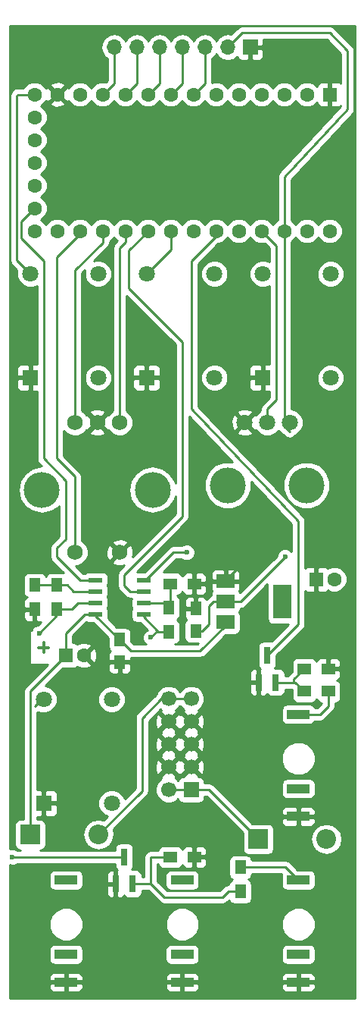
<source format=gbr>
G04 #@! TF.FileFunction,Copper,L1,Top,Signal*
%FSLAX46Y46*%
G04 Gerber Fmt 4.6, Leading zero omitted, Abs format (unit mm)*
G04 Created by KiCad (PCBNEW 4.0.7) date 07/17/18 14:31:30*
%MOMM*%
%LPD*%
G01*
G04 APERTURE LIST*
%ADD10C,0.100000*%
%ADD11C,0.300000*%
%ADD12R,1.700000X1.700000*%
%ADD13C,1.700000*%
%ADD14C,1.800000*%
%ADD15R,1.800000X1.800000*%
%ADD16O,1.700000X1.700000*%
%ADD17C,1.750000*%
%ADD18O,4.000000X4.000000*%
%ADD19C,1.600000*%
%ADD20R,1.600000X1.600000*%
%ADD21C,4.000000*%
%ADD22R,2.200000X2.200000*%
%ADD23O,2.200000X2.200000*%
%ADD24R,1.500000X1.300000*%
%ADD25R,1.300000X1.500000*%
%ADD26R,0.800000X1.900000*%
%ADD27R,2.000000X3.800000*%
%ADD28R,2.000000X1.500000*%
%ADD29R,1.550000X0.600000*%
%ADD30R,1.250000X1.500000*%
%ADD31R,2.500000X1.000000*%
%ADD32C,0.600000*%
%ADD33C,0.250000*%
%ADD34C,0.254000*%
G04 APERTURE END LIST*
D10*
D11*
X106928572Y-119107143D02*
X108071429Y-119107143D01*
X107500000Y-119678571D02*
X107500000Y-118535714D01*
D12*
X124000000Y-135000000D03*
D13*
X121460000Y-135000000D03*
X124000000Y-132460000D03*
X121460000Y-132460000D03*
X124000000Y-129920000D03*
X121460000Y-129920000D03*
X124000000Y-127380000D03*
X121460000Y-127380000D03*
X124000000Y-124840000D03*
X121460000Y-124840000D03*
D14*
X115100000Y-136500000D03*
X115100000Y-124900000D03*
D15*
X107500000Y-136500000D03*
D14*
X107500000Y-124900000D03*
D12*
X130620000Y-52120000D03*
D16*
X128080000Y-52120000D03*
X125540000Y-52120000D03*
X123000000Y-52120000D03*
X120460000Y-52120000D03*
X117920000Y-52120000D03*
X115380000Y-52120000D03*
D14*
X126600000Y-89000000D03*
X126600000Y-77400000D03*
D15*
X119000000Y-89000000D03*
D14*
X119000000Y-77400000D03*
X113600000Y-89000000D03*
X113600000Y-77400000D03*
D15*
X106000000Y-89000000D03*
D14*
X106000000Y-77400000D03*
X139600000Y-89000000D03*
X139600000Y-77400000D03*
D15*
X132000000Y-89000000D03*
D14*
X132000000Y-77400000D03*
D17*
X111000000Y-94000000D03*
X116000000Y-94000000D03*
X113500000Y-94000000D03*
X116000000Y-108500000D03*
X111000000Y-108500000D03*
D18*
X119700000Y-101500000D03*
X107300000Y-101500000D03*
D19*
X106490000Y-65000000D03*
X106490000Y-67540000D03*
X106490000Y-70080000D03*
X106490000Y-72620000D03*
X106490000Y-62460000D03*
X106490000Y-59920000D03*
X106490000Y-57380000D03*
X109030000Y-72620000D03*
X111570000Y-72620000D03*
X114110000Y-72620000D03*
X116650000Y-72620000D03*
X119190000Y-72620000D03*
X121730000Y-72620000D03*
X124270000Y-72620000D03*
X126810000Y-72620000D03*
X129350000Y-72620000D03*
X131890000Y-72620000D03*
X134430000Y-72620000D03*
X136970000Y-72620000D03*
X139510000Y-72620000D03*
X109030000Y-57380000D03*
X111570000Y-57380000D03*
X114110000Y-57380000D03*
X116650000Y-57380000D03*
X119190000Y-57380000D03*
X121730000Y-57380000D03*
X124270000Y-57380000D03*
X126810000Y-57380000D03*
X129350000Y-57380000D03*
X131890000Y-57380000D03*
X134430000Y-57380000D03*
X136970000Y-57380000D03*
D20*
X139510000Y-57380000D03*
D14*
X130000000Y-94000000D03*
X132500000Y-94000000D03*
X135000000Y-94000000D03*
D21*
X128100000Y-101000000D03*
X136900000Y-101000000D03*
D22*
X131500000Y-140500000D03*
D23*
X139120000Y-140500000D03*
D22*
X106000000Y-140000000D03*
D23*
X113620000Y-140000000D03*
D20*
X138000000Y-111500000D03*
D19*
X140000000Y-111500000D03*
D20*
X110000000Y-120000000D03*
D19*
X112000000Y-120000000D03*
D24*
X121650000Y-142500000D03*
X124350000Y-142500000D03*
X136650000Y-124000000D03*
X139350000Y-124000000D03*
X136650000Y-121500000D03*
X139350000Y-121500000D03*
X124350000Y-112000000D03*
X121650000Y-112000000D03*
D25*
X106500000Y-114850000D03*
X106500000Y-112150000D03*
X121500000Y-117350000D03*
X121500000Y-114650000D03*
X109000000Y-114850000D03*
X109000000Y-112150000D03*
X129500000Y-146350000D03*
X129500000Y-143650000D03*
D26*
X115550000Y-145500000D03*
X117450000Y-145500000D03*
X116500000Y-142500000D03*
X131550000Y-123000000D03*
X133450000Y-123000000D03*
X132500000Y-120000000D03*
D27*
X134150000Y-114000000D03*
D28*
X127850000Y-114000000D03*
X127850000Y-116300000D03*
X127850000Y-111700000D03*
D29*
X118700000Y-115405000D03*
X118700000Y-114135000D03*
X118700000Y-112865000D03*
X118700000Y-111595000D03*
X113300000Y-111595000D03*
X113300000Y-112865000D03*
X113300000Y-114135000D03*
X113300000Y-115405000D03*
D30*
X116000000Y-118250000D03*
X116000000Y-120750000D03*
X124500000Y-117250000D03*
X124500000Y-114750000D03*
D31*
X123000000Y-145080000D03*
X123000000Y-153380000D03*
X123000000Y-156480000D03*
X136000000Y-145080000D03*
X136000000Y-153380000D03*
X136000000Y-156480000D03*
X136000000Y-126580000D03*
X136000000Y-134880000D03*
X136000000Y-137980000D03*
X110000000Y-145080000D03*
X110000000Y-153380000D03*
X110000000Y-156480000D03*
D32*
X104000000Y-142500000D03*
X130000000Y-109500000D03*
X123500000Y-108500000D03*
X134500000Y-109000000D03*
X119500000Y-118000000D03*
X107000000Y-117500000D03*
D33*
X129500000Y-146350000D02*
X128150000Y-146350000D01*
X121000000Y-147000000D02*
X119500000Y-145500000D01*
X127500000Y-147000000D02*
X121000000Y-147000000D01*
X128150000Y-146350000D02*
X127500000Y-147000000D01*
X117450000Y-145500000D02*
X119500000Y-145500000D01*
X119500000Y-142500000D02*
X121650000Y-142500000D01*
X119500000Y-145500000D02*
X119500000Y-142500000D01*
X116500000Y-142500000D02*
X104000000Y-142500000D01*
X130000000Y-109500000D02*
X127850000Y-111650000D01*
X127850000Y-111650000D02*
X127850000Y-111700000D01*
X124000000Y-111750000D02*
X124250000Y-111750000D01*
X135500000Y-123000000D02*
X135500000Y-122650000D01*
X135500000Y-122650000D02*
X136650000Y-121500000D01*
X133450000Y-123000000D02*
X135500000Y-123000000D01*
X135500000Y-123000000D02*
X135650000Y-123000000D01*
X135650000Y-123000000D02*
X136650000Y-124000000D01*
X107070000Y-125080000D02*
X106500000Y-125650000D01*
X106000000Y-140000000D02*
X106000000Y-124000000D01*
X106000000Y-124000000D02*
X110000000Y-120000000D01*
X127850000Y-116300000D02*
X127850000Y-116650000D01*
X127850000Y-116650000D02*
X125000000Y-119500000D01*
X125000000Y-119500000D02*
X117250000Y-119500000D01*
X117250000Y-119500000D02*
X116000000Y-118250000D01*
X113300000Y-115405000D02*
X112095000Y-115405000D01*
X110000000Y-117500000D02*
X110000000Y-120000000D01*
X112095000Y-115405000D02*
X110000000Y-117500000D01*
X113300000Y-115405000D02*
X113300000Y-115550000D01*
X113300000Y-115550000D02*
X115750000Y-118000000D01*
X110000000Y-120000000D02*
X109500000Y-120000000D01*
X122000000Y-108500000D02*
X118905000Y-111595000D01*
X123500000Y-108500000D02*
X122000000Y-108500000D01*
X118905000Y-111595000D02*
X118700000Y-111595000D01*
X124500000Y-117250000D02*
X125250000Y-117250000D01*
X126500000Y-114000000D02*
X127850000Y-114000000D01*
X126000000Y-114500000D02*
X126500000Y-114000000D01*
X126000000Y-116500000D02*
X126000000Y-114500000D01*
X125250000Y-117250000D02*
X126000000Y-116500000D01*
X129500000Y-114000000D02*
X127850000Y-114000000D01*
X134500000Y-109000000D02*
X129500000Y-114000000D01*
X121460000Y-124840000D02*
X120660000Y-124840000D01*
X120660000Y-124840000D02*
X118500000Y-127000000D01*
X118500000Y-135120000D02*
X113620000Y-140000000D01*
X118500000Y-127000000D02*
X118500000Y-135120000D01*
X121460000Y-124840000D02*
X124000000Y-124840000D01*
X121460000Y-135000000D02*
X124000000Y-135000000D01*
X124000000Y-135000000D02*
X126000000Y-135000000D01*
X126000000Y-135000000D02*
X131500000Y-140500000D01*
X120250000Y-117250000D02*
X119500000Y-118000000D01*
X118700000Y-115405000D02*
X118700000Y-115700000D01*
X118700000Y-115700000D02*
X120250000Y-117250000D01*
X120250000Y-117250000D02*
X120350000Y-117350000D01*
X120350000Y-117350000D02*
X121500000Y-117350000D01*
X118700000Y-115405000D02*
X118905000Y-115405000D01*
X109000000Y-114850000D02*
X109000000Y-115500000D01*
X109000000Y-115500000D02*
X107000000Y-117500000D01*
X109000000Y-114850000D02*
X109000000Y-115000000D01*
X109000000Y-114850000D02*
X110650000Y-114850000D01*
X111365000Y-114135000D02*
X113300000Y-114135000D01*
X110650000Y-114850000D02*
X111365000Y-114135000D01*
X121650000Y-112000000D02*
X121650000Y-114500000D01*
X121650000Y-114500000D02*
X121500000Y-114650000D01*
X118700000Y-114135000D02*
X120985000Y-114135000D01*
X120985000Y-114135000D02*
X121500000Y-114650000D01*
X109000000Y-112150000D02*
X110150000Y-112150000D01*
X110865000Y-112865000D02*
X113300000Y-112865000D01*
X110150000Y-112150000D02*
X110865000Y-112865000D01*
X106500000Y-112150000D02*
X109000000Y-112150000D01*
X141500000Y-59000000D02*
X141500000Y-52500000D01*
X134430000Y-66570000D02*
X141500000Y-59000000D01*
X134430000Y-72620000D02*
X134430000Y-66570000D01*
X129700000Y-50500000D02*
X128080000Y-52120000D01*
X139500000Y-50500000D02*
X129700000Y-50500000D01*
X141500000Y-52500000D02*
X139500000Y-50500000D01*
X134430000Y-72620000D02*
X134430000Y-94430000D01*
X134430000Y-94430000D02*
X135000000Y-95000000D01*
X106490000Y-70080000D02*
X106420000Y-70080000D01*
X106420000Y-70080000D02*
X104950002Y-71549998D01*
X111595000Y-111595000D02*
X113300000Y-111595000D01*
X109000000Y-109000000D02*
X111595000Y-111595000D01*
X109000000Y-108000000D02*
X109000000Y-109000000D01*
X110000000Y-107000000D02*
X109000000Y-108000000D01*
X110000000Y-100500000D02*
X110000000Y-107000000D01*
X107500000Y-98000000D02*
X110000000Y-100500000D01*
X107500000Y-76000000D02*
X107500000Y-98000000D01*
X104950002Y-73450002D02*
X107500000Y-76000000D01*
X104950002Y-71549998D02*
X104950002Y-73450002D01*
X118700000Y-112865000D02*
X117135000Y-112865000D01*
X117000000Y-74810000D02*
X119190000Y-72620000D01*
X117000000Y-79000000D02*
X117000000Y-74810000D01*
X123000000Y-85000000D02*
X117000000Y-79000000D01*
X123000000Y-104500000D02*
X123000000Y-85000000D01*
X116500000Y-111000000D02*
X123000000Y-104500000D01*
X116500000Y-112230000D02*
X116500000Y-111000000D01*
X117135000Y-112865000D02*
X116500000Y-112230000D01*
X118135000Y-112865000D02*
X118000000Y-112730000D01*
X125540000Y-52120000D02*
X125540000Y-56110000D01*
X125540000Y-56110000D02*
X124270000Y-57380000D01*
X125540000Y-52380000D02*
X125540000Y-52460000D01*
X123000000Y-52120000D02*
X123000000Y-56110000D01*
X123000000Y-56110000D02*
X121730000Y-57380000D01*
X123000000Y-52380000D02*
X123000000Y-53000000D01*
X115380000Y-52120000D02*
X115380000Y-56110000D01*
X115380000Y-56110000D02*
X114110000Y-57380000D01*
X120460000Y-52120000D02*
X120460000Y-56110000D01*
X120460000Y-56110000D02*
X119190000Y-57380000D01*
X117920000Y-52120000D02*
X117920000Y-56110000D01*
X117920000Y-56110000D02*
X116650000Y-57380000D01*
X116650000Y-72620000D02*
X116650000Y-73850000D01*
X116000000Y-74500000D02*
X116000000Y-94000000D01*
X116650000Y-73850000D02*
X116000000Y-74500000D01*
X114110000Y-72620000D02*
X114110000Y-73890000D01*
X111000000Y-77000000D02*
X111000000Y-94000000D01*
X114110000Y-73890000D02*
X111000000Y-77000000D01*
X111570000Y-72620000D02*
X111570000Y-72930000D01*
X111570000Y-72930000D02*
X109000000Y-75500000D01*
X109000000Y-75500000D02*
X109000000Y-98000000D01*
X109000000Y-98000000D02*
X111000000Y-100000000D01*
X111000000Y-100000000D02*
X111000000Y-108500000D01*
X129500000Y-143650000D02*
X134570000Y-143650000D01*
X134570000Y-143650000D02*
X136000000Y-145080000D01*
X139350000Y-124000000D02*
X139350000Y-125650000D01*
X138420000Y-126580000D02*
X136000000Y-126580000D01*
X139350000Y-125650000D02*
X138420000Y-126580000D01*
X132500000Y-94000000D02*
X132500000Y-92500000D01*
X133500000Y-74230000D02*
X131890000Y-72620000D01*
X133500000Y-91500000D02*
X133500000Y-74230000D01*
X132500000Y-92500000D02*
X133500000Y-91500000D01*
X131890000Y-72620000D02*
X131890000Y-72890000D01*
X132500000Y-120000000D02*
X136000000Y-116500000D01*
X124000000Y-76000000D02*
X126810000Y-73190000D01*
X124000000Y-92500000D02*
X124000000Y-76000000D01*
X136000000Y-105000000D02*
X124000000Y-92500000D01*
X136000000Y-116500000D02*
X136000000Y-105000000D01*
X126810000Y-73190000D02*
X126810000Y-72620000D01*
X121730000Y-72620000D02*
X121730000Y-74670000D01*
X121730000Y-74670000D02*
X119000000Y-77400000D01*
X106490000Y-57380000D02*
X104620000Y-57380000D01*
X104620000Y-57380000D02*
X104500000Y-57500000D01*
X104500000Y-75900000D02*
X106000000Y-77400000D01*
X104500000Y-57500000D02*
X104500000Y-75900000D01*
D34*
G36*
X142290000Y-158290000D02*
X103710000Y-158290000D01*
X103710000Y-156765750D01*
X108115000Y-156765750D01*
X108115000Y-157106310D01*
X108211673Y-157339699D01*
X108390302Y-157518327D01*
X108623691Y-157615000D01*
X109714250Y-157615000D01*
X109873000Y-157456250D01*
X109873000Y-156607000D01*
X110127000Y-156607000D01*
X110127000Y-157456250D01*
X110285750Y-157615000D01*
X111376309Y-157615000D01*
X111609698Y-157518327D01*
X111788327Y-157339699D01*
X111885000Y-157106310D01*
X111885000Y-156765750D01*
X121115000Y-156765750D01*
X121115000Y-157106310D01*
X121211673Y-157339699D01*
X121390302Y-157518327D01*
X121623691Y-157615000D01*
X122714250Y-157615000D01*
X122873000Y-157456250D01*
X122873000Y-156607000D01*
X123127000Y-156607000D01*
X123127000Y-157456250D01*
X123285750Y-157615000D01*
X124376309Y-157615000D01*
X124609698Y-157518327D01*
X124788327Y-157339699D01*
X124885000Y-157106310D01*
X124885000Y-156765750D01*
X134115000Y-156765750D01*
X134115000Y-157106310D01*
X134211673Y-157339699D01*
X134390302Y-157518327D01*
X134623691Y-157615000D01*
X135714250Y-157615000D01*
X135873000Y-157456250D01*
X135873000Y-156607000D01*
X136127000Y-156607000D01*
X136127000Y-157456250D01*
X136285750Y-157615000D01*
X137376309Y-157615000D01*
X137609698Y-157518327D01*
X137788327Y-157339699D01*
X137885000Y-157106310D01*
X137885000Y-156765750D01*
X137726250Y-156607000D01*
X136127000Y-156607000D01*
X135873000Y-156607000D01*
X134273750Y-156607000D01*
X134115000Y-156765750D01*
X124885000Y-156765750D01*
X124726250Y-156607000D01*
X123127000Y-156607000D01*
X122873000Y-156607000D01*
X121273750Y-156607000D01*
X121115000Y-156765750D01*
X111885000Y-156765750D01*
X111726250Y-156607000D01*
X110127000Y-156607000D01*
X109873000Y-156607000D01*
X108273750Y-156607000D01*
X108115000Y-156765750D01*
X103710000Y-156765750D01*
X103710000Y-155853690D01*
X108115000Y-155853690D01*
X108115000Y-156194250D01*
X108273750Y-156353000D01*
X109873000Y-156353000D01*
X109873000Y-155503750D01*
X110127000Y-155503750D01*
X110127000Y-156353000D01*
X111726250Y-156353000D01*
X111885000Y-156194250D01*
X111885000Y-155853690D01*
X121115000Y-155853690D01*
X121115000Y-156194250D01*
X121273750Y-156353000D01*
X122873000Y-156353000D01*
X122873000Y-155503750D01*
X123127000Y-155503750D01*
X123127000Y-156353000D01*
X124726250Y-156353000D01*
X124885000Y-156194250D01*
X124885000Y-155853690D01*
X134115000Y-155853690D01*
X134115000Y-156194250D01*
X134273750Y-156353000D01*
X135873000Y-156353000D01*
X135873000Y-155503750D01*
X136127000Y-155503750D01*
X136127000Y-156353000D01*
X137726250Y-156353000D01*
X137885000Y-156194250D01*
X137885000Y-155853690D01*
X137788327Y-155620301D01*
X137609698Y-155441673D01*
X137376309Y-155345000D01*
X136285750Y-155345000D01*
X136127000Y-155503750D01*
X135873000Y-155503750D01*
X135714250Y-155345000D01*
X134623691Y-155345000D01*
X134390302Y-155441673D01*
X134211673Y-155620301D01*
X134115000Y-155853690D01*
X124885000Y-155853690D01*
X124788327Y-155620301D01*
X124609698Y-155441673D01*
X124376309Y-155345000D01*
X123285750Y-155345000D01*
X123127000Y-155503750D01*
X122873000Y-155503750D01*
X122714250Y-155345000D01*
X121623691Y-155345000D01*
X121390302Y-155441673D01*
X121211673Y-155620301D01*
X121115000Y-155853690D01*
X111885000Y-155853690D01*
X111788327Y-155620301D01*
X111609698Y-155441673D01*
X111376309Y-155345000D01*
X110285750Y-155345000D01*
X110127000Y-155503750D01*
X109873000Y-155503750D01*
X109714250Y-155345000D01*
X108623691Y-155345000D01*
X108390302Y-155441673D01*
X108211673Y-155620301D01*
X108115000Y-155853690D01*
X103710000Y-155853690D01*
X103710000Y-152880000D01*
X108102560Y-152880000D01*
X108102560Y-153880000D01*
X108146838Y-154115317D01*
X108285910Y-154331441D01*
X108498110Y-154476431D01*
X108750000Y-154527440D01*
X111250000Y-154527440D01*
X111485317Y-154483162D01*
X111701441Y-154344090D01*
X111846431Y-154131890D01*
X111897440Y-153880000D01*
X111897440Y-152880000D01*
X121102560Y-152880000D01*
X121102560Y-153880000D01*
X121146838Y-154115317D01*
X121285910Y-154331441D01*
X121498110Y-154476431D01*
X121750000Y-154527440D01*
X124250000Y-154527440D01*
X124485317Y-154483162D01*
X124701441Y-154344090D01*
X124846431Y-154131890D01*
X124897440Y-153880000D01*
X124897440Y-152880000D01*
X134102560Y-152880000D01*
X134102560Y-153880000D01*
X134146838Y-154115317D01*
X134285910Y-154331441D01*
X134498110Y-154476431D01*
X134750000Y-154527440D01*
X137250000Y-154527440D01*
X137485317Y-154483162D01*
X137701441Y-154344090D01*
X137846431Y-154131890D01*
X137897440Y-153880000D01*
X137897440Y-152880000D01*
X137853162Y-152644683D01*
X137714090Y-152428559D01*
X137501890Y-152283569D01*
X137250000Y-152232560D01*
X134750000Y-152232560D01*
X134514683Y-152276838D01*
X134298559Y-152415910D01*
X134153569Y-152628110D01*
X134102560Y-152880000D01*
X124897440Y-152880000D01*
X124853162Y-152644683D01*
X124714090Y-152428559D01*
X124501890Y-152283569D01*
X124250000Y-152232560D01*
X121750000Y-152232560D01*
X121514683Y-152276838D01*
X121298559Y-152415910D01*
X121153569Y-152628110D01*
X121102560Y-152880000D01*
X111897440Y-152880000D01*
X111853162Y-152644683D01*
X111714090Y-152428559D01*
X111501890Y-152283569D01*
X111250000Y-152232560D01*
X108750000Y-152232560D01*
X108514683Y-152276838D01*
X108298559Y-152415910D01*
X108153569Y-152628110D01*
X108102560Y-152880000D01*
X103710000Y-152880000D01*
X103710000Y-150373305D01*
X108114674Y-150373305D01*
X108401043Y-151066372D01*
X108930839Y-151597093D01*
X109623405Y-151884672D01*
X110373305Y-151885326D01*
X111066372Y-151598957D01*
X111597093Y-151069161D01*
X111884672Y-150376595D01*
X111884674Y-150373305D01*
X121114674Y-150373305D01*
X121401043Y-151066372D01*
X121930839Y-151597093D01*
X122623405Y-151884672D01*
X123373305Y-151885326D01*
X124066372Y-151598957D01*
X124597093Y-151069161D01*
X124884672Y-150376595D01*
X124884674Y-150373305D01*
X134114674Y-150373305D01*
X134401043Y-151066372D01*
X134930839Y-151597093D01*
X135623405Y-151884672D01*
X136373305Y-151885326D01*
X137066372Y-151598957D01*
X137597093Y-151069161D01*
X137884672Y-150376595D01*
X137885326Y-149626695D01*
X137598957Y-148933628D01*
X137069161Y-148402907D01*
X136376595Y-148115328D01*
X135626695Y-148114674D01*
X134933628Y-148401043D01*
X134402907Y-148930839D01*
X134115328Y-149623405D01*
X134114674Y-150373305D01*
X124884674Y-150373305D01*
X124885326Y-149626695D01*
X124598957Y-148933628D01*
X124069161Y-148402907D01*
X123376595Y-148115328D01*
X122626695Y-148114674D01*
X121933628Y-148401043D01*
X121402907Y-148930839D01*
X121115328Y-149623405D01*
X121114674Y-150373305D01*
X111884674Y-150373305D01*
X111885326Y-149626695D01*
X111598957Y-148933628D01*
X111069161Y-148402907D01*
X110376595Y-148115328D01*
X109626695Y-148114674D01*
X108933628Y-148401043D01*
X108402907Y-148930839D01*
X108115328Y-149623405D01*
X108114674Y-150373305D01*
X103710000Y-150373305D01*
X103710000Y-144580000D01*
X108102560Y-144580000D01*
X108102560Y-145580000D01*
X108146838Y-145815317D01*
X108285910Y-146031441D01*
X108498110Y-146176431D01*
X108750000Y-146227440D01*
X111250000Y-146227440D01*
X111485317Y-146183162D01*
X111701441Y-146044090D01*
X111846431Y-145831890D01*
X111855774Y-145785750D01*
X114515000Y-145785750D01*
X114515000Y-146576309D01*
X114611673Y-146809698D01*
X114790301Y-146988327D01*
X115023690Y-147085000D01*
X115264250Y-147085000D01*
X115423000Y-146926250D01*
X115423000Y-145627000D01*
X114673750Y-145627000D01*
X114515000Y-145785750D01*
X111855774Y-145785750D01*
X111897440Y-145580000D01*
X111897440Y-144580000D01*
X111868029Y-144423691D01*
X114515000Y-144423691D01*
X114515000Y-145214250D01*
X114673750Y-145373000D01*
X115423000Y-145373000D01*
X115423000Y-144073750D01*
X115264250Y-143915000D01*
X115023690Y-143915000D01*
X114790301Y-144011673D01*
X114611673Y-144190302D01*
X114515000Y-144423691D01*
X111868029Y-144423691D01*
X111853162Y-144344683D01*
X111714090Y-144128559D01*
X111501890Y-143983569D01*
X111250000Y-143932560D01*
X108750000Y-143932560D01*
X108514683Y-143976838D01*
X108298559Y-144115910D01*
X108153569Y-144328110D01*
X108102560Y-144580000D01*
X103710000Y-144580000D01*
X103710000Y-143391985D01*
X103813201Y-143434838D01*
X104185167Y-143435162D01*
X104528943Y-143293117D01*
X104562118Y-143260000D01*
X115452560Y-143260000D01*
X115452560Y-143450000D01*
X115496838Y-143685317D01*
X115635910Y-143901441D01*
X115762686Y-143988064D01*
X115677000Y-144073750D01*
X115677000Y-145373000D01*
X115697000Y-145373000D01*
X115697000Y-145627000D01*
X115677000Y-145627000D01*
X115677000Y-146926250D01*
X115835750Y-147085000D01*
X116076310Y-147085000D01*
X116309699Y-146988327D01*
X116488327Y-146809698D01*
X116503423Y-146773253D01*
X116585910Y-146901441D01*
X116798110Y-147046431D01*
X117050000Y-147097440D01*
X117850000Y-147097440D01*
X118085317Y-147053162D01*
X118301441Y-146914090D01*
X118446431Y-146701890D01*
X118497440Y-146450000D01*
X118497440Y-146260000D01*
X119185198Y-146260000D01*
X120462599Y-147537401D01*
X120709160Y-147702148D01*
X121000000Y-147760000D01*
X127500000Y-147760000D01*
X127790839Y-147702148D01*
X128037401Y-147537401D01*
X128245674Y-147329128D01*
X128246838Y-147335317D01*
X128385910Y-147551441D01*
X128598110Y-147696431D01*
X128850000Y-147747440D01*
X130150000Y-147747440D01*
X130385317Y-147703162D01*
X130601441Y-147564090D01*
X130746431Y-147351890D01*
X130797440Y-147100000D01*
X130797440Y-145600000D01*
X130753162Y-145364683D01*
X130614090Y-145148559D01*
X130401890Y-145003569D01*
X130388803Y-145000919D01*
X130601441Y-144864090D01*
X130746431Y-144651890D01*
X130795415Y-144410000D01*
X134136986Y-144410000D01*
X134102560Y-144580000D01*
X134102560Y-145580000D01*
X134146838Y-145815317D01*
X134285910Y-146031441D01*
X134498110Y-146176431D01*
X134750000Y-146227440D01*
X137250000Y-146227440D01*
X137485317Y-146183162D01*
X137701441Y-146044090D01*
X137846431Y-145831890D01*
X137897440Y-145580000D01*
X137897440Y-144580000D01*
X137853162Y-144344683D01*
X137714090Y-144128559D01*
X137501890Y-143983569D01*
X137250000Y-143932560D01*
X135927362Y-143932560D01*
X135107401Y-143112599D01*
X134860839Y-142947852D01*
X134570000Y-142890000D01*
X130795558Y-142890000D01*
X130753162Y-142664683D01*
X130614090Y-142448559D01*
X130401890Y-142303569D01*
X130150000Y-142252560D01*
X128850000Y-142252560D01*
X128614683Y-142296838D01*
X128398559Y-142435910D01*
X128253569Y-142648110D01*
X128202560Y-142900000D01*
X128202560Y-144400000D01*
X128246838Y-144635317D01*
X128385910Y-144851441D01*
X128598110Y-144996431D01*
X128611197Y-144999081D01*
X128398559Y-145135910D01*
X128253569Y-145348110D01*
X128204585Y-145590000D01*
X128150000Y-145590000D01*
X127859161Y-145647852D01*
X127612599Y-145812599D01*
X127185198Y-146240000D01*
X121314802Y-146240000D01*
X120260000Y-145185198D01*
X120260000Y-144580000D01*
X121102560Y-144580000D01*
X121102560Y-145580000D01*
X121146838Y-145815317D01*
X121285910Y-146031441D01*
X121498110Y-146176431D01*
X121750000Y-146227440D01*
X124250000Y-146227440D01*
X124485317Y-146183162D01*
X124701441Y-146044090D01*
X124846431Y-145831890D01*
X124897440Y-145580000D01*
X124897440Y-144580000D01*
X124853162Y-144344683D01*
X124714090Y-144128559D01*
X124501890Y-143983569D01*
X124250000Y-143932560D01*
X121750000Y-143932560D01*
X121514683Y-143976838D01*
X121298559Y-144115910D01*
X121153569Y-144328110D01*
X121102560Y-144580000D01*
X120260000Y-144580000D01*
X120260000Y-143260000D01*
X120273258Y-143260000D01*
X120296838Y-143385317D01*
X120435910Y-143601441D01*
X120648110Y-143746431D01*
X120900000Y-143797440D01*
X122400000Y-143797440D01*
X122635317Y-143753162D01*
X122851441Y-143614090D01*
X122996431Y-143401890D01*
X123003191Y-143368510D01*
X123061673Y-143509699D01*
X123240302Y-143688327D01*
X123473691Y-143785000D01*
X124064250Y-143785000D01*
X124223000Y-143626250D01*
X124223000Y-142627000D01*
X124477000Y-142627000D01*
X124477000Y-143626250D01*
X124635750Y-143785000D01*
X125226309Y-143785000D01*
X125459698Y-143688327D01*
X125638327Y-143509699D01*
X125735000Y-143276310D01*
X125735000Y-142785750D01*
X125576250Y-142627000D01*
X124477000Y-142627000D01*
X124223000Y-142627000D01*
X124203000Y-142627000D01*
X124203000Y-142373000D01*
X124223000Y-142373000D01*
X124223000Y-141373750D01*
X124477000Y-141373750D01*
X124477000Y-142373000D01*
X125576250Y-142373000D01*
X125735000Y-142214250D01*
X125735000Y-141723690D01*
X125638327Y-141490301D01*
X125459698Y-141311673D01*
X125226309Y-141215000D01*
X124635750Y-141215000D01*
X124477000Y-141373750D01*
X124223000Y-141373750D01*
X124064250Y-141215000D01*
X123473691Y-141215000D01*
X123240302Y-141311673D01*
X123061673Y-141490301D01*
X123005346Y-141626287D01*
X123003162Y-141614683D01*
X122864090Y-141398559D01*
X122651890Y-141253569D01*
X122400000Y-141202560D01*
X120900000Y-141202560D01*
X120664683Y-141246838D01*
X120448559Y-141385910D01*
X120303569Y-141598110D01*
X120274836Y-141740000D01*
X119500000Y-141740000D01*
X119209161Y-141797852D01*
X118962599Y-141962599D01*
X118797852Y-142209161D01*
X118740000Y-142500000D01*
X118740000Y-144740000D01*
X118497440Y-144740000D01*
X118497440Y-144550000D01*
X118453162Y-144314683D01*
X118314090Y-144098559D01*
X118101890Y-143953569D01*
X117850000Y-143902560D01*
X117359319Y-143902560D01*
X117496431Y-143701890D01*
X117547440Y-143450000D01*
X117547440Y-141550000D01*
X117503162Y-141314683D01*
X117364090Y-141098559D01*
X117151890Y-140953569D01*
X116900000Y-140902560D01*
X116100000Y-140902560D01*
X115864683Y-140946838D01*
X115648559Y-141085910D01*
X115503569Y-141298110D01*
X115452560Y-141550000D01*
X115452560Y-141740000D01*
X107139540Y-141740000D01*
X107335317Y-141703162D01*
X107551441Y-141564090D01*
X107696431Y-141351890D01*
X107747440Y-141100000D01*
X107747440Y-140000000D01*
X111851009Y-140000000D01*
X111983078Y-140663956D01*
X112359179Y-141226830D01*
X112922053Y-141602931D01*
X113586009Y-141735000D01*
X113653991Y-141735000D01*
X114317947Y-141602931D01*
X114880821Y-141226830D01*
X115256922Y-140663956D01*
X115388991Y-140000000D01*
X115273818Y-139420984D01*
X119037401Y-135657401D01*
X119202148Y-135410840D01*
X119225371Y-135294089D01*
X119974743Y-135294089D01*
X120200344Y-135840086D01*
X120617717Y-136258188D01*
X121163319Y-136484742D01*
X121754089Y-136485257D01*
X122300086Y-136259656D01*
X122535435Y-136024717D01*
X122546838Y-136085317D01*
X122685910Y-136301441D01*
X122898110Y-136446431D01*
X123150000Y-136497440D01*
X124850000Y-136497440D01*
X125085317Y-136453162D01*
X125301441Y-136314090D01*
X125446431Y-136101890D01*
X125497440Y-135850000D01*
X125497440Y-135760000D01*
X125685198Y-135760000D01*
X129752560Y-139827362D01*
X129752560Y-141600000D01*
X129796838Y-141835317D01*
X129935910Y-142051441D01*
X130148110Y-142196431D01*
X130400000Y-142247440D01*
X132600000Y-142247440D01*
X132835317Y-142203162D01*
X133051441Y-142064090D01*
X133196431Y-141851890D01*
X133247440Y-141600000D01*
X133247440Y-140500000D01*
X137351009Y-140500000D01*
X137483078Y-141163956D01*
X137859179Y-141726830D01*
X138422053Y-142102931D01*
X139086009Y-142235000D01*
X139153991Y-142235000D01*
X139817947Y-142102931D01*
X140380821Y-141726830D01*
X140756922Y-141163956D01*
X140888991Y-140500000D01*
X140756922Y-139836044D01*
X140380821Y-139273170D01*
X139817947Y-138897069D01*
X139153991Y-138765000D01*
X139086009Y-138765000D01*
X138422053Y-138897069D01*
X137859179Y-139273170D01*
X137483078Y-139836044D01*
X137351009Y-140500000D01*
X133247440Y-140500000D01*
X133247440Y-139400000D01*
X133203162Y-139164683D01*
X133064090Y-138948559D01*
X132851890Y-138803569D01*
X132600000Y-138752560D01*
X130827362Y-138752560D01*
X130340552Y-138265750D01*
X134115000Y-138265750D01*
X134115000Y-138606310D01*
X134211673Y-138839699D01*
X134390302Y-139018327D01*
X134623691Y-139115000D01*
X135714250Y-139115000D01*
X135873000Y-138956250D01*
X135873000Y-138107000D01*
X136127000Y-138107000D01*
X136127000Y-138956250D01*
X136285750Y-139115000D01*
X137376309Y-139115000D01*
X137609698Y-139018327D01*
X137788327Y-138839699D01*
X137885000Y-138606310D01*
X137885000Y-138265750D01*
X137726250Y-138107000D01*
X136127000Y-138107000D01*
X135873000Y-138107000D01*
X134273750Y-138107000D01*
X134115000Y-138265750D01*
X130340552Y-138265750D01*
X129428492Y-137353690D01*
X134115000Y-137353690D01*
X134115000Y-137694250D01*
X134273750Y-137853000D01*
X135873000Y-137853000D01*
X135873000Y-137003750D01*
X136127000Y-137003750D01*
X136127000Y-137853000D01*
X137726250Y-137853000D01*
X137885000Y-137694250D01*
X137885000Y-137353690D01*
X137788327Y-137120301D01*
X137609698Y-136941673D01*
X137376309Y-136845000D01*
X136285750Y-136845000D01*
X136127000Y-137003750D01*
X135873000Y-137003750D01*
X135714250Y-136845000D01*
X134623691Y-136845000D01*
X134390302Y-136941673D01*
X134211673Y-137120301D01*
X134115000Y-137353690D01*
X129428492Y-137353690D01*
X126537401Y-134462599D01*
X126413783Y-134380000D01*
X134102560Y-134380000D01*
X134102560Y-135380000D01*
X134146838Y-135615317D01*
X134285910Y-135831441D01*
X134498110Y-135976431D01*
X134750000Y-136027440D01*
X137250000Y-136027440D01*
X137485317Y-135983162D01*
X137701441Y-135844090D01*
X137846431Y-135631890D01*
X137897440Y-135380000D01*
X137897440Y-134380000D01*
X137853162Y-134144683D01*
X137714090Y-133928559D01*
X137501890Y-133783569D01*
X137250000Y-133732560D01*
X134750000Y-133732560D01*
X134514683Y-133776838D01*
X134298559Y-133915910D01*
X134153569Y-134128110D01*
X134102560Y-134380000D01*
X126413783Y-134380000D01*
X126290839Y-134297852D01*
X126000000Y-134240000D01*
X125497440Y-134240000D01*
X125497440Y-134150000D01*
X125453162Y-133914683D01*
X125314090Y-133698559D01*
X125101890Y-133553569D01*
X124863900Y-133505375D01*
X124864353Y-133503958D01*
X124000000Y-132639605D01*
X123135647Y-133503958D01*
X123136040Y-133505187D01*
X122914683Y-133546838D01*
X122698559Y-133685910D01*
X122553569Y-133898110D01*
X122537504Y-133977443D01*
X122302283Y-133741812D01*
X122254688Y-133722049D01*
X122324353Y-133503958D01*
X121460000Y-132639605D01*
X120595647Y-133503958D01*
X120665181Y-133721640D01*
X120619914Y-133740344D01*
X120201812Y-134157717D01*
X119975258Y-134703319D01*
X119974743Y-135294089D01*
X119225371Y-135294089D01*
X119260000Y-135120000D01*
X119260000Y-132231279D01*
X119963282Y-132231279D01*
X119989685Y-132821458D01*
X120164741Y-133244080D01*
X120416042Y-133324353D01*
X121280395Y-132460000D01*
X121639605Y-132460000D01*
X122503958Y-133324353D01*
X122730000Y-133252148D01*
X122956042Y-133324353D01*
X123820395Y-132460000D01*
X124179605Y-132460000D01*
X125043958Y-133324353D01*
X125295259Y-133244080D01*
X125496718Y-132688721D01*
X125470315Y-132098542D01*
X125377019Y-131873305D01*
X134114674Y-131873305D01*
X134401043Y-132566372D01*
X134930839Y-133097093D01*
X135623405Y-133384672D01*
X136373305Y-133385326D01*
X137066372Y-133098957D01*
X137597093Y-132569161D01*
X137884672Y-131876595D01*
X137885326Y-131126695D01*
X137598957Y-130433628D01*
X137069161Y-129902907D01*
X136376595Y-129615328D01*
X135626695Y-129614674D01*
X134933628Y-129901043D01*
X134402907Y-130430839D01*
X134115328Y-131123405D01*
X134114674Y-131873305D01*
X125377019Y-131873305D01*
X125295259Y-131675920D01*
X125043958Y-131595647D01*
X124179605Y-132460000D01*
X123820395Y-132460000D01*
X122956042Y-131595647D01*
X122730000Y-131667852D01*
X122503958Y-131595647D01*
X121639605Y-132460000D01*
X121280395Y-132460000D01*
X120416042Y-131595647D01*
X120164741Y-131675920D01*
X119963282Y-132231279D01*
X119260000Y-132231279D01*
X119260000Y-130963958D01*
X120595647Y-130963958D01*
X120667852Y-131190000D01*
X120595647Y-131416042D01*
X121460000Y-132280395D01*
X122324353Y-131416042D01*
X122252148Y-131190000D01*
X122324353Y-130963958D01*
X123135647Y-130963958D01*
X123207852Y-131190000D01*
X123135647Y-131416042D01*
X124000000Y-132280395D01*
X124864353Y-131416042D01*
X124792148Y-131190000D01*
X124864353Y-130963958D01*
X124000000Y-130099605D01*
X123135647Y-130963958D01*
X122324353Y-130963958D01*
X121460000Y-130099605D01*
X120595647Y-130963958D01*
X119260000Y-130963958D01*
X119260000Y-129691279D01*
X119963282Y-129691279D01*
X119989685Y-130281458D01*
X120164741Y-130704080D01*
X120416042Y-130784353D01*
X121280395Y-129920000D01*
X121639605Y-129920000D01*
X122503958Y-130784353D01*
X122730000Y-130712148D01*
X122956042Y-130784353D01*
X123820395Y-129920000D01*
X124179605Y-129920000D01*
X125043958Y-130784353D01*
X125295259Y-130704080D01*
X125496718Y-130148721D01*
X125470315Y-129558542D01*
X125295259Y-129135920D01*
X125043958Y-129055647D01*
X124179605Y-129920000D01*
X123820395Y-129920000D01*
X122956042Y-129055647D01*
X122730000Y-129127852D01*
X122503958Y-129055647D01*
X121639605Y-129920000D01*
X121280395Y-129920000D01*
X120416042Y-129055647D01*
X120164741Y-129135920D01*
X119963282Y-129691279D01*
X119260000Y-129691279D01*
X119260000Y-128423958D01*
X120595647Y-128423958D01*
X120667852Y-128650000D01*
X120595647Y-128876042D01*
X121460000Y-129740395D01*
X122324353Y-128876042D01*
X122252148Y-128650000D01*
X122324353Y-128423958D01*
X123135647Y-128423958D01*
X123207852Y-128650000D01*
X123135647Y-128876042D01*
X124000000Y-129740395D01*
X124864353Y-128876042D01*
X124792148Y-128650000D01*
X124864353Y-128423958D01*
X124000000Y-127559605D01*
X123135647Y-128423958D01*
X122324353Y-128423958D01*
X121460000Y-127559605D01*
X120595647Y-128423958D01*
X119260000Y-128423958D01*
X119260000Y-127314802D01*
X119423523Y-127151279D01*
X119963282Y-127151279D01*
X119989685Y-127741458D01*
X120164741Y-128164080D01*
X120416042Y-128244353D01*
X121280395Y-127380000D01*
X121639605Y-127380000D01*
X122503958Y-128244353D01*
X122730000Y-128172148D01*
X122956042Y-128244353D01*
X123820395Y-127380000D01*
X124179605Y-127380000D01*
X125043958Y-128244353D01*
X125295259Y-128164080D01*
X125496718Y-127608721D01*
X125470315Y-127018542D01*
X125295259Y-126595920D01*
X125043958Y-126515647D01*
X124179605Y-127380000D01*
X123820395Y-127380000D01*
X122956042Y-126515647D01*
X122730000Y-126587852D01*
X122503958Y-126515647D01*
X121639605Y-127380000D01*
X121280395Y-127380000D01*
X120416042Y-126515647D01*
X120164741Y-126595920D01*
X119963282Y-127151279D01*
X119423523Y-127151279D01*
X120547227Y-126027575D01*
X120617717Y-126098188D01*
X120665312Y-126117951D01*
X120595647Y-126336042D01*
X121460000Y-127200395D01*
X122324353Y-126336042D01*
X122254819Y-126118360D01*
X122300086Y-126099656D01*
X122718188Y-125682283D01*
X122729748Y-125654443D01*
X122740344Y-125680086D01*
X123157717Y-126098188D01*
X123205312Y-126117951D01*
X123135647Y-126336042D01*
X124000000Y-127200395D01*
X124864353Y-126336042D01*
X124794819Y-126118360D01*
X124840086Y-126099656D01*
X125258188Y-125682283D01*
X125484742Y-125136681D01*
X125485257Y-124545911D01*
X125259656Y-123999914D01*
X124842283Y-123581812D01*
X124296681Y-123355258D01*
X123705911Y-123354743D01*
X123159914Y-123580344D01*
X122741812Y-123997717D01*
X122730252Y-124025557D01*
X122719656Y-123999914D01*
X122302283Y-123581812D01*
X121756681Y-123355258D01*
X121165911Y-123354743D01*
X120619914Y-123580344D01*
X120201812Y-123997717D01*
X120041566Y-124383632D01*
X117962599Y-126462599D01*
X117797852Y-126709161D01*
X117740000Y-127000000D01*
X117740000Y-134805198D01*
X116551622Y-135993576D01*
X116402068Y-135631629D01*
X115970643Y-135199449D01*
X115406670Y-134965267D01*
X114796009Y-134964735D01*
X114231629Y-135197932D01*
X113799449Y-135629357D01*
X113565267Y-136193330D01*
X113564735Y-136803991D01*
X113797932Y-137368371D01*
X114229357Y-137800551D01*
X114593459Y-137951739D01*
X114176304Y-138368894D01*
X113653991Y-138265000D01*
X113586009Y-138265000D01*
X112922053Y-138397069D01*
X112359179Y-138773170D01*
X111983078Y-139336044D01*
X111851009Y-140000000D01*
X107747440Y-140000000D01*
X107747440Y-138900000D01*
X107703162Y-138664683D01*
X107564090Y-138448559D01*
X107351890Y-138303569D01*
X107100000Y-138252560D01*
X106760000Y-138252560D01*
X106760000Y-138035000D01*
X107214250Y-138035000D01*
X107373000Y-137876250D01*
X107373000Y-136627000D01*
X107627000Y-136627000D01*
X107627000Y-137876250D01*
X107785750Y-138035000D01*
X108526310Y-138035000D01*
X108759699Y-137938327D01*
X108938327Y-137759698D01*
X109035000Y-137526309D01*
X109035000Y-136785750D01*
X108876250Y-136627000D01*
X107627000Y-136627000D01*
X107373000Y-136627000D01*
X107353000Y-136627000D01*
X107353000Y-136373000D01*
X107373000Y-136373000D01*
X107373000Y-135123750D01*
X107627000Y-135123750D01*
X107627000Y-136373000D01*
X108876250Y-136373000D01*
X109035000Y-136214250D01*
X109035000Y-135473691D01*
X108938327Y-135240302D01*
X108759699Y-135061673D01*
X108526310Y-134965000D01*
X107785750Y-134965000D01*
X107627000Y-135123750D01*
X107373000Y-135123750D01*
X107214250Y-134965000D01*
X106760000Y-134965000D01*
X106760000Y-126358282D01*
X106790839Y-126352148D01*
X106868874Y-126300007D01*
X107193330Y-126434733D01*
X107803991Y-126435265D01*
X108368371Y-126202068D01*
X108800551Y-125770643D01*
X109034733Y-125206670D01*
X109034735Y-125203991D01*
X113564735Y-125203991D01*
X113797932Y-125768371D01*
X114229357Y-126200551D01*
X114793330Y-126434733D01*
X115403991Y-126435265D01*
X115968371Y-126202068D01*
X116400551Y-125770643D01*
X116634733Y-125206670D01*
X116635265Y-124596009D01*
X116402068Y-124031629D01*
X115970643Y-123599449D01*
X115406670Y-123365267D01*
X114796009Y-123364735D01*
X114231629Y-123597932D01*
X113799449Y-124029357D01*
X113565267Y-124593330D01*
X113564735Y-125203991D01*
X109034735Y-125203991D01*
X109035265Y-124596009D01*
X108802068Y-124031629D01*
X108370643Y-123599449D01*
X107806670Y-123365267D01*
X107709620Y-123365182D01*
X107789052Y-123285750D01*
X130515000Y-123285750D01*
X130515000Y-124076309D01*
X130611673Y-124309698D01*
X130790301Y-124488327D01*
X131023690Y-124585000D01*
X131264250Y-124585000D01*
X131423000Y-124426250D01*
X131423000Y-123127000D01*
X130673750Y-123127000D01*
X130515000Y-123285750D01*
X107789052Y-123285750D01*
X109627362Y-121447440D01*
X110800000Y-121447440D01*
X111035317Y-121403162D01*
X111251441Y-121264090D01*
X111255977Y-121257452D01*
X111783223Y-121446965D01*
X112353454Y-121419778D01*
X112754005Y-121253864D01*
X112819703Y-121035750D01*
X114740000Y-121035750D01*
X114740000Y-121626309D01*
X114836673Y-121859698D01*
X115015301Y-122038327D01*
X115248690Y-122135000D01*
X115714250Y-122135000D01*
X115873000Y-121976250D01*
X115873000Y-120877000D01*
X116127000Y-120877000D01*
X116127000Y-121976250D01*
X116285750Y-122135000D01*
X116751310Y-122135000D01*
X116984699Y-122038327D01*
X117099334Y-121923691D01*
X130515000Y-121923691D01*
X130515000Y-122714250D01*
X130673750Y-122873000D01*
X131423000Y-122873000D01*
X131423000Y-121573750D01*
X131264250Y-121415000D01*
X131023690Y-121415000D01*
X130790301Y-121511673D01*
X130611673Y-121690302D01*
X130515000Y-121923691D01*
X117099334Y-121923691D01*
X117163327Y-121859698D01*
X117260000Y-121626309D01*
X117260000Y-121035750D01*
X117101250Y-120877000D01*
X116127000Y-120877000D01*
X115873000Y-120877000D01*
X114898750Y-120877000D01*
X114740000Y-121035750D01*
X112819703Y-121035750D01*
X112828139Y-121007745D01*
X112000000Y-120179605D01*
X111985858Y-120193748D01*
X111806253Y-120014143D01*
X111820395Y-120000000D01*
X112179605Y-120000000D01*
X113007745Y-120828139D01*
X113253864Y-120754005D01*
X113446965Y-120216777D01*
X113419778Y-119646546D01*
X113253864Y-119245995D01*
X113007745Y-119171861D01*
X112179605Y-120000000D01*
X111820395Y-120000000D01*
X111806253Y-119985858D01*
X111985858Y-119806252D01*
X112000000Y-119820395D01*
X112828139Y-118992255D01*
X112754005Y-118746136D01*
X112216777Y-118553035D01*
X111646546Y-118580222D01*
X111255053Y-118742384D01*
X111051890Y-118603569D01*
X110800000Y-118552560D01*
X110760000Y-118552560D01*
X110760000Y-117814802D01*
X112273327Y-116301475D01*
X112525000Y-116352440D01*
X113027638Y-116352440D01*
X114727560Y-118052362D01*
X114727560Y-119000000D01*
X114771838Y-119235317D01*
X114910910Y-119451441D01*
X114979006Y-119497969D01*
X114836673Y-119640302D01*
X114740000Y-119873691D01*
X114740000Y-120464250D01*
X114898750Y-120623000D01*
X115873000Y-120623000D01*
X115873000Y-120603000D01*
X116127000Y-120603000D01*
X116127000Y-120623000D01*
X117101250Y-120623000D01*
X117260000Y-120464250D01*
X117260000Y-120260000D01*
X125000000Y-120260000D01*
X125290839Y-120202148D01*
X125537401Y-120037401D01*
X127877362Y-117697440D01*
X128850000Y-117697440D01*
X129085317Y-117653162D01*
X129301441Y-117514090D01*
X129446431Y-117301890D01*
X129497440Y-117050000D01*
X129497440Y-115550000D01*
X129453162Y-115314683D01*
X129346241Y-115148523D01*
X129446431Y-115001890D01*
X129495415Y-114760000D01*
X129500000Y-114760000D01*
X129790839Y-114702148D01*
X130037401Y-114537401D01*
X132509608Y-112065194D01*
X132502560Y-112100000D01*
X132502560Y-115900000D01*
X132546838Y-116135317D01*
X132685910Y-116351441D01*
X132898110Y-116496431D01*
X133150000Y-116547440D01*
X134877758Y-116547440D01*
X133001985Y-118423213D01*
X132900000Y-118402560D01*
X132100000Y-118402560D01*
X131864683Y-118446838D01*
X131648559Y-118585910D01*
X131503569Y-118798110D01*
X131452560Y-119050000D01*
X131452560Y-120950000D01*
X131496838Y-121185317D01*
X131635910Y-121401441D01*
X131762686Y-121488064D01*
X131677000Y-121573750D01*
X131677000Y-122873000D01*
X131697000Y-122873000D01*
X131697000Y-123127000D01*
X131677000Y-123127000D01*
X131677000Y-124426250D01*
X131835750Y-124585000D01*
X132076310Y-124585000D01*
X132309699Y-124488327D01*
X132488327Y-124309698D01*
X132503423Y-124273253D01*
X132585910Y-124401441D01*
X132798110Y-124546431D01*
X133050000Y-124597440D01*
X133850000Y-124597440D01*
X134085317Y-124553162D01*
X134301441Y-124414090D01*
X134446431Y-124201890D01*
X134497440Y-123950000D01*
X134497440Y-123760000D01*
X135252560Y-123760000D01*
X135252560Y-124650000D01*
X135296838Y-124885317D01*
X135435910Y-125101441D01*
X135648110Y-125246431D01*
X135900000Y-125297440D01*
X137400000Y-125297440D01*
X137635317Y-125253162D01*
X137851441Y-125114090D01*
X137996431Y-124901890D01*
X137999081Y-124888803D01*
X138135910Y-125101441D01*
X138348110Y-125246431D01*
X138590000Y-125295415D01*
X138590000Y-125335198D01*
X138105198Y-125820000D01*
X137837279Y-125820000D01*
X137714090Y-125628559D01*
X137501890Y-125483569D01*
X137250000Y-125432560D01*
X134750000Y-125432560D01*
X134514683Y-125476838D01*
X134298559Y-125615910D01*
X134153569Y-125828110D01*
X134102560Y-126080000D01*
X134102560Y-127080000D01*
X134146838Y-127315317D01*
X134285910Y-127531441D01*
X134498110Y-127676431D01*
X134750000Y-127727440D01*
X137250000Y-127727440D01*
X137485317Y-127683162D01*
X137701441Y-127544090D01*
X137840890Y-127340000D01*
X138420000Y-127340000D01*
X138710839Y-127282148D01*
X138957401Y-127117401D01*
X139887401Y-126187401D01*
X140052148Y-125940839D01*
X140110000Y-125650000D01*
X140110000Y-125295558D01*
X140335317Y-125253162D01*
X140551441Y-125114090D01*
X140696431Y-124901890D01*
X140747440Y-124650000D01*
X140747440Y-123350000D01*
X140703162Y-123114683D01*
X140564090Y-122898559D01*
X140351890Y-122753569D01*
X140318509Y-122746809D01*
X140459698Y-122688327D01*
X140638327Y-122509699D01*
X140735000Y-122276310D01*
X140735000Y-121785750D01*
X140576250Y-121627000D01*
X139477000Y-121627000D01*
X139477000Y-121647000D01*
X139223000Y-121647000D01*
X139223000Y-121627000D01*
X139203000Y-121627000D01*
X139203000Y-121373000D01*
X139223000Y-121373000D01*
X139223000Y-120373750D01*
X139477000Y-120373750D01*
X139477000Y-121373000D01*
X140576250Y-121373000D01*
X140735000Y-121214250D01*
X140735000Y-120723690D01*
X140638327Y-120490301D01*
X140459698Y-120311673D01*
X140226309Y-120215000D01*
X139635750Y-120215000D01*
X139477000Y-120373750D01*
X139223000Y-120373750D01*
X139064250Y-120215000D01*
X138473691Y-120215000D01*
X138240302Y-120311673D01*
X138061673Y-120490301D01*
X138005346Y-120626287D01*
X138003162Y-120614683D01*
X137864090Y-120398559D01*
X137651890Y-120253569D01*
X137400000Y-120202560D01*
X135900000Y-120202560D01*
X135664683Y-120246838D01*
X135448559Y-120385910D01*
X135303569Y-120598110D01*
X135252560Y-120850000D01*
X135252560Y-121822638D01*
X134962599Y-122112599D01*
X134877473Y-122240000D01*
X134497440Y-122240000D01*
X134497440Y-122050000D01*
X134453162Y-121814683D01*
X134314090Y-121598559D01*
X134101890Y-121453569D01*
X133850000Y-121402560D01*
X133359319Y-121402560D01*
X133496431Y-121201890D01*
X133547440Y-120950000D01*
X133547440Y-120027362D01*
X136537401Y-117037401D01*
X136702148Y-116790840D01*
X136718848Y-116706883D01*
X136760000Y-116500000D01*
X136760000Y-112758025D01*
X136840302Y-112838327D01*
X137073691Y-112935000D01*
X137714250Y-112935000D01*
X137873000Y-112776250D01*
X137873000Y-111627000D01*
X137853000Y-111627000D01*
X137853000Y-111373000D01*
X137873000Y-111373000D01*
X137873000Y-110223750D01*
X138127000Y-110223750D01*
X138127000Y-111373000D01*
X138147000Y-111373000D01*
X138147000Y-111627000D01*
X138127000Y-111627000D01*
X138127000Y-112776250D01*
X138285750Y-112935000D01*
X138926309Y-112935000D01*
X139159698Y-112838327D01*
X139253998Y-112744027D01*
X139713309Y-112934750D01*
X140284187Y-112935248D01*
X140811800Y-112717243D01*
X141215824Y-112313923D01*
X141434750Y-111786691D01*
X141435248Y-111215813D01*
X141217243Y-110688200D01*
X140813923Y-110284176D01*
X140286691Y-110065250D01*
X139715813Y-110064752D01*
X139253713Y-110255688D01*
X139159698Y-110161673D01*
X138926309Y-110065000D01*
X138285750Y-110065000D01*
X138127000Y-110223750D01*
X137873000Y-110223750D01*
X137714250Y-110065000D01*
X137073691Y-110065000D01*
X136840302Y-110161673D01*
X136760000Y-110241975D01*
X136760000Y-105000000D01*
X136732555Y-104862024D01*
X136707936Y-104723547D01*
X136703687Y-104716898D01*
X136702148Y-104709161D01*
X136624012Y-104592222D01*
X136548254Y-104473675D01*
X133714487Y-101521834D01*
X134264543Y-101521834D01*
X134664853Y-102490658D01*
X135405443Y-103232542D01*
X136373567Y-103634542D01*
X137421834Y-103635457D01*
X138390658Y-103235147D01*
X139132542Y-102494557D01*
X139534542Y-101526433D01*
X139535457Y-100478166D01*
X139135147Y-99509342D01*
X138394557Y-98767458D01*
X137426433Y-98365458D01*
X136378166Y-98364543D01*
X135409342Y-98764853D01*
X134667458Y-99505443D01*
X134265458Y-100473567D01*
X134264543Y-101521834D01*
X133714487Y-101521834D01*
X127530479Y-95080159D01*
X129099446Y-95080159D01*
X129185852Y-95336643D01*
X129759336Y-95546458D01*
X130369460Y-95520839D01*
X130814148Y-95336643D01*
X130900554Y-95080159D01*
X130000000Y-94179605D01*
X129099446Y-95080159D01*
X127530479Y-95080159D01*
X126262488Y-93759336D01*
X128453542Y-93759336D01*
X128479161Y-94369460D01*
X128663357Y-94814148D01*
X128919841Y-94900554D01*
X129820395Y-94000000D01*
X128919841Y-93099446D01*
X128663357Y-93185852D01*
X128453542Y-93759336D01*
X126262488Y-93759336D01*
X125456573Y-92919841D01*
X129099446Y-92919841D01*
X130000000Y-93820395D01*
X130900554Y-92919841D01*
X130814148Y-92663357D01*
X130240664Y-92453542D01*
X129630540Y-92479161D01*
X129185852Y-92663357D01*
X129099446Y-92919841D01*
X125456573Y-92919841D01*
X124760000Y-92194245D01*
X124760000Y-89303991D01*
X125064735Y-89303991D01*
X125297932Y-89868371D01*
X125729357Y-90300551D01*
X126293330Y-90534733D01*
X126903991Y-90535265D01*
X127468371Y-90302068D01*
X127900551Y-89870643D01*
X128134733Y-89306670D01*
X128134751Y-89285750D01*
X130465000Y-89285750D01*
X130465000Y-90026309D01*
X130561673Y-90259698D01*
X130740301Y-90438327D01*
X130973690Y-90535000D01*
X131714250Y-90535000D01*
X131873000Y-90376250D01*
X131873000Y-89127000D01*
X130623750Y-89127000D01*
X130465000Y-89285750D01*
X128134751Y-89285750D01*
X128135265Y-88696009D01*
X127902068Y-88131629D01*
X127744406Y-87973691D01*
X130465000Y-87973691D01*
X130465000Y-88714250D01*
X130623750Y-88873000D01*
X131873000Y-88873000D01*
X131873000Y-87623750D01*
X131714250Y-87465000D01*
X130973690Y-87465000D01*
X130740301Y-87561673D01*
X130561673Y-87740302D01*
X130465000Y-87973691D01*
X127744406Y-87973691D01*
X127470643Y-87699449D01*
X126906670Y-87465267D01*
X126296009Y-87464735D01*
X125731629Y-87697932D01*
X125299449Y-88129357D01*
X125065267Y-88693330D01*
X125064735Y-89303991D01*
X124760000Y-89303991D01*
X124760000Y-77703991D01*
X125064735Y-77703991D01*
X125297932Y-78268371D01*
X125729357Y-78700551D01*
X126293330Y-78934733D01*
X126903991Y-78935265D01*
X127468371Y-78702068D01*
X127900551Y-78270643D01*
X128134733Y-77706670D01*
X128135265Y-77096009D01*
X127902068Y-76531629D01*
X127470643Y-76099449D01*
X126906670Y-75865267D01*
X126296009Y-75864735D01*
X125731629Y-76097932D01*
X125299449Y-76529357D01*
X125065267Y-77093330D01*
X125064735Y-77703991D01*
X124760000Y-77703991D01*
X124760000Y-76314802D01*
X127019619Y-74055183D01*
X127094187Y-74055248D01*
X127621800Y-73837243D01*
X128025824Y-73433923D01*
X128079862Y-73303785D01*
X128132757Y-73431800D01*
X128536077Y-73835824D01*
X129063309Y-74054750D01*
X129634187Y-74055248D01*
X130161800Y-73837243D01*
X130565824Y-73433923D01*
X130619862Y-73303785D01*
X130672757Y-73431800D01*
X131076077Y-73835824D01*
X131603309Y-74054750D01*
X132174187Y-74055248D01*
X132228149Y-74032951D01*
X132740000Y-74544802D01*
X132740000Y-76045201D01*
X132306670Y-75865267D01*
X131696009Y-75864735D01*
X131131629Y-76097932D01*
X130699449Y-76529357D01*
X130465267Y-77093330D01*
X130464735Y-77703991D01*
X130697932Y-78268371D01*
X131129357Y-78700551D01*
X131693330Y-78934733D01*
X132303991Y-78935265D01*
X132740000Y-78755110D01*
X132740000Y-87465000D01*
X132285750Y-87465000D01*
X132127000Y-87623750D01*
X132127000Y-88873000D01*
X132147000Y-88873000D01*
X132147000Y-89127000D01*
X132127000Y-89127000D01*
X132127000Y-90376250D01*
X132285750Y-90535000D01*
X132740000Y-90535000D01*
X132740000Y-91185198D01*
X131962599Y-91962599D01*
X131797852Y-92209161D01*
X131740000Y-92500000D01*
X131740000Y-92653154D01*
X131631629Y-92697932D01*
X131199449Y-93129357D01*
X131195706Y-93138372D01*
X131080159Y-93099446D01*
X130179605Y-94000000D01*
X131080159Y-94900554D01*
X131195214Y-94861793D01*
X131197932Y-94868371D01*
X131629357Y-95300551D01*
X132193330Y-95534733D01*
X132803991Y-95535265D01*
X133368371Y-95302068D01*
X133750288Y-94920818D01*
X134129357Y-95300551D01*
X134294196Y-95368998D01*
X134462599Y-95537401D01*
X134709161Y-95702148D01*
X135000000Y-95760000D01*
X135290840Y-95702148D01*
X135537401Y-95537401D01*
X135628390Y-95401226D01*
X135868371Y-95302068D01*
X136300551Y-94870643D01*
X136534733Y-94306670D01*
X136535265Y-93696009D01*
X136302068Y-93131629D01*
X135870643Y-92699449D01*
X135306670Y-92465267D01*
X135190000Y-92465165D01*
X135190000Y-89303991D01*
X138064735Y-89303991D01*
X138297932Y-89868371D01*
X138729357Y-90300551D01*
X139293330Y-90534733D01*
X139903991Y-90535265D01*
X140468371Y-90302068D01*
X140900551Y-89870643D01*
X141134733Y-89306670D01*
X141135265Y-88696009D01*
X140902068Y-88131629D01*
X140470643Y-87699449D01*
X139906670Y-87465267D01*
X139296009Y-87464735D01*
X138731629Y-87697932D01*
X138299449Y-88129357D01*
X138065267Y-88693330D01*
X138064735Y-89303991D01*
X135190000Y-89303991D01*
X135190000Y-77703991D01*
X138064735Y-77703991D01*
X138297932Y-78268371D01*
X138729357Y-78700551D01*
X139293330Y-78934733D01*
X139903991Y-78935265D01*
X140468371Y-78702068D01*
X140900551Y-78270643D01*
X141134733Y-77706670D01*
X141135265Y-77096009D01*
X140902068Y-76531629D01*
X140470643Y-76099449D01*
X139906670Y-75865267D01*
X139296009Y-75864735D01*
X138731629Y-76097932D01*
X138299449Y-76529357D01*
X138065267Y-77093330D01*
X138064735Y-77703991D01*
X135190000Y-77703991D01*
X135190000Y-73858646D01*
X135241800Y-73837243D01*
X135645824Y-73433923D01*
X135699862Y-73303785D01*
X135752757Y-73431800D01*
X136156077Y-73835824D01*
X136683309Y-74054750D01*
X137254187Y-74055248D01*
X137781800Y-73837243D01*
X138185824Y-73433923D01*
X138239862Y-73303785D01*
X138292757Y-73431800D01*
X138696077Y-73835824D01*
X139223309Y-74054750D01*
X139794187Y-74055248D01*
X140321800Y-73837243D01*
X140725824Y-73433923D01*
X140944750Y-72906691D01*
X140945248Y-72335813D01*
X140727243Y-71808200D01*
X140323923Y-71404176D01*
X139796691Y-71185250D01*
X139225813Y-71184752D01*
X138698200Y-71402757D01*
X138294176Y-71806077D01*
X138240138Y-71936215D01*
X138187243Y-71808200D01*
X137783923Y-71404176D01*
X137256691Y-71185250D01*
X136685813Y-71184752D01*
X136158200Y-71402757D01*
X135754176Y-71806077D01*
X135700138Y-71936215D01*
X135647243Y-71808200D01*
X135243923Y-71404176D01*
X135190000Y-71381785D01*
X135190000Y-66869709D01*
X142055431Y-59518745D01*
X142126845Y-59403538D01*
X142202148Y-59290839D01*
X142204720Y-59277908D01*
X142211666Y-59266703D01*
X142233556Y-59132943D01*
X142260000Y-59000000D01*
X142260000Y-52500000D01*
X142202148Y-52209161D01*
X142037401Y-51962599D01*
X140037401Y-49962599D01*
X139790839Y-49797852D01*
X139500000Y-49740000D01*
X129700000Y-49740000D01*
X129409161Y-49797852D01*
X129162599Y-49962599D01*
X128446408Y-50678790D01*
X128080000Y-50605907D01*
X127511715Y-50718946D01*
X127029946Y-51040853D01*
X126810000Y-51370026D01*
X126590054Y-51040853D01*
X126108285Y-50718946D01*
X125540000Y-50605907D01*
X124971715Y-50718946D01*
X124489946Y-51040853D01*
X124270000Y-51370026D01*
X124050054Y-51040853D01*
X123568285Y-50718946D01*
X123000000Y-50605907D01*
X122431715Y-50718946D01*
X121949946Y-51040853D01*
X121730000Y-51370026D01*
X121510054Y-51040853D01*
X121028285Y-50718946D01*
X120460000Y-50605907D01*
X119891715Y-50718946D01*
X119409946Y-51040853D01*
X119190000Y-51370026D01*
X118970054Y-51040853D01*
X118488285Y-50718946D01*
X117920000Y-50605907D01*
X117351715Y-50718946D01*
X116869946Y-51040853D01*
X116650000Y-51370026D01*
X116430054Y-51040853D01*
X115948285Y-50718946D01*
X115380000Y-50605907D01*
X114811715Y-50718946D01*
X114329946Y-51040853D01*
X114008039Y-51522622D01*
X113895000Y-52090907D01*
X113895000Y-52149093D01*
X114008039Y-52717378D01*
X114329946Y-53199147D01*
X114620000Y-53392954D01*
X114620000Y-55795198D01*
X114448454Y-55966744D01*
X114396691Y-55945250D01*
X113825813Y-55944752D01*
X113298200Y-56162757D01*
X112894176Y-56566077D01*
X112840138Y-56696215D01*
X112787243Y-56568200D01*
X112383923Y-56164176D01*
X111856691Y-55945250D01*
X111285813Y-55944752D01*
X110758200Y-56162757D01*
X110354176Y-56566077D01*
X110306552Y-56680768D01*
X110283864Y-56625995D01*
X110037745Y-56551861D01*
X109209605Y-57380000D01*
X110037745Y-58208139D01*
X110283864Y-58134005D01*
X110304805Y-58075746D01*
X110352757Y-58191800D01*
X110756077Y-58595824D01*
X111283309Y-58814750D01*
X111854187Y-58815248D01*
X112381800Y-58597243D01*
X112785824Y-58193923D01*
X112839862Y-58063785D01*
X112892757Y-58191800D01*
X113296077Y-58595824D01*
X113823309Y-58814750D01*
X114394187Y-58815248D01*
X114921800Y-58597243D01*
X115325824Y-58193923D01*
X115379862Y-58063785D01*
X115432757Y-58191800D01*
X115836077Y-58595824D01*
X116363309Y-58814750D01*
X116934187Y-58815248D01*
X117461800Y-58597243D01*
X117865824Y-58193923D01*
X117919862Y-58063785D01*
X117972757Y-58191800D01*
X118376077Y-58595824D01*
X118903309Y-58814750D01*
X119474187Y-58815248D01*
X120001800Y-58597243D01*
X120405824Y-58193923D01*
X120459862Y-58063785D01*
X120512757Y-58191800D01*
X120916077Y-58595824D01*
X121443309Y-58814750D01*
X122014187Y-58815248D01*
X122541800Y-58597243D01*
X122945824Y-58193923D01*
X122999862Y-58063785D01*
X123052757Y-58191800D01*
X123456077Y-58595824D01*
X123983309Y-58814750D01*
X124554187Y-58815248D01*
X125081800Y-58597243D01*
X125485824Y-58193923D01*
X125539862Y-58063785D01*
X125592757Y-58191800D01*
X125996077Y-58595824D01*
X126523309Y-58814750D01*
X127094187Y-58815248D01*
X127621800Y-58597243D01*
X128025824Y-58193923D01*
X128079862Y-58063785D01*
X128132757Y-58191800D01*
X128536077Y-58595824D01*
X129063309Y-58814750D01*
X129634187Y-58815248D01*
X130161800Y-58597243D01*
X130565824Y-58193923D01*
X130619862Y-58063785D01*
X130672757Y-58191800D01*
X131076077Y-58595824D01*
X131603309Y-58814750D01*
X132174187Y-58815248D01*
X132701800Y-58597243D01*
X133105824Y-58193923D01*
X133159862Y-58063785D01*
X133212757Y-58191800D01*
X133616077Y-58595824D01*
X134143309Y-58814750D01*
X134714187Y-58815248D01*
X135241800Y-58597243D01*
X135645824Y-58193923D01*
X135699862Y-58063785D01*
X135752757Y-58191800D01*
X136156077Y-58595824D01*
X136683309Y-58814750D01*
X137254187Y-58815248D01*
X137781800Y-58597243D01*
X138075000Y-58304554D01*
X138075000Y-58306310D01*
X138171673Y-58539699D01*
X138350302Y-58718327D01*
X138583691Y-58815000D01*
X139224250Y-58815000D01*
X139383000Y-58656250D01*
X139383000Y-57507000D01*
X139363000Y-57507000D01*
X139363000Y-57253000D01*
X139383000Y-57253000D01*
X139383000Y-56103750D01*
X139224250Y-55945000D01*
X138583691Y-55945000D01*
X138350302Y-56041673D01*
X138171673Y-56220301D01*
X138075000Y-56453690D01*
X138075000Y-56455761D01*
X137783923Y-56164176D01*
X137256691Y-55945250D01*
X136685813Y-55944752D01*
X136158200Y-56162757D01*
X135754176Y-56566077D01*
X135700138Y-56696215D01*
X135647243Y-56568200D01*
X135243923Y-56164176D01*
X134716691Y-55945250D01*
X134145813Y-55944752D01*
X133618200Y-56162757D01*
X133214176Y-56566077D01*
X133160138Y-56696215D01*
X133107243Y-56568200D01*
X132703923Y-56164176D01*
X132176691Y-55945250D01*
X131605813Y-55944752D01*
X131078200Y-56162757D01*
X130674176Y-56566077D01*
X130620138Y-56696215D01*
X130567243Y-56568200D01*
X130163923Y-56164176D01*
X129636691Y-55945250D01*
X129065813Y-55944752D01*
X128538200Y-56162757D01*
X128134176Y-56566077D01*
X128080138Y-56696215D01*
X128027243Y-56568200D01*
X127623923Y-56164176D01*
X127096691Y-55945250D01*
X126525813Y-55944752D01*
X126300000Y-56038056D01*
X126300000Y-53392954D01*
X126590054Y-53199147D01*
X126810000Y-52869974D01*
X127029946Y-53199147D01*
X127511715Y-53521054D01*
X128080000Y-53634093D01*
X128648285Y-53521054D01*
X129130054Y-53199147D01*
X129159403Y-53155223D01*
X129231673Y-53329698D01*
X129410301Y-53508327D01*
X129643690Y-53605000D01*
X130334250Y-53605000D01*
X130493000Y-53446250D01*
X130493000Y-52247000D01*
X130747000Y-52247000D01*
X130747000Y-53446250D01*
X130905750Y-53605000D01*
X131596310Y-53605000D01*
X131829699Y-53508327D01*
X132008327Y-53329698D01*
X132105000Y-53096309D01*
X132105000Y-52405750D01*
X131946250Y-52247000D01*
X130747000Y-52247000D01*
X130493000Y-52247000D01*
X130473000Y-52247000D01*
X130473000Y-51993000D01*
X130493000Y-51993000D01*
X130493000Y-51973000D01*
X130747000Y-51973000D01*
X130747000Y-51993000D01*
X131946250Y-51993000D01*
X132105000Y-51834250D01*
X132105000Y-51260000D01*
X139185198Y-51260000D01*
X140740000Y-52814802D01*
X140740000Y-56111975D01*
X140669698Y-56041673D01*
X140436309Y-55945000D01*
X139795750Y-55945000D01*
X139637000Y-56103750D01*
X139637000Y-57253000D01*
X139657000Y-57253000D01*
X139657000Y-57507000D01*
X139637000Y-57507000D01*
X139637000Y-58656250D01*
X139795750Y-58815000D01*
X140436309Y-58815000D01*
X140669698Y-58718327D01*
X140740000Y-58648025D01*
X140740000Y-58700291D01*
X133874569Y-66051255D01*
X133803155Y-66166462D01*
X133727852Y-66279161D01*
X133725280Y-66292092D01*
X133718334Y-66303297D01*
X133696444Y-66437057D01*
X133670000Y-66570000D01*
X133670000Y-71381354D01*
X133618200Y-71402757D01*
X133214176Y-71806077D01*
X133160138Y-71936215D01*
X133107243Y-71808200D01*
X132703923Y-71404176D01*
X132176691Y-71185250D01*
X131605813Y-71184752D01*
X131078200Y-71402757D01*
X130674176Y-71806077D01*
X130620138Y-71936215D01*
X130567243Y-71808200D01*
X130163923Y-71404176D01*
X129636691Y-71185250D01*
X129065813Y-71184752D01*
X128538200Y-71402757D01*
X128134176Y-71806077D01*
X128080138Y-71936215D01*
X128027243Y-71808200D01*
X127623923Y-71404176D01*
X127096691Y-71185250D01*
X126525813Y-71184752D01*
X125998200Y-71402757D01*
X125594176Y-71806077D01*
X125540138Y-71936215D01*
X125487243Y-71808200D01*
X125083923Y-71404176D01*
X124556691Y-71185250D01*
X123985813Y-71184752D01*
X123458200Y-71402757D01*
X123054176Y-71806077D01*
X123000138Y-71936215D01*
X122947243Y-71808200D01*
X122543923Y-71404176D01*
X122016691Y-71185250D01*
X121445813Y-71184752D01*
X120918200Y-71402757D01*
X120514176Y-71806077D01*
X120460138Y-71936215D01*
X120407243Y-71808200D01*
X120003923Y-71404176D01*
X119476691Y-71185250D01*
X118905813Y-71184752D01*
X118378200Y-71402757D01*
X117974176Y-71806077D01*
X117920138Y-71936215D01*
X117867243Y-71808200D01*
X117463923Y-71404176D01*
X116936691Y-71185250D01*
X116365813Y-71184752D01*
X115838200Y-71402757D01*
X115434176Y-71806077D01*
X115380138Y-71936215D01*
X115327243Y-71808200D01*
X114923923Y-71404176D01*
X114396691Y-71185250D01*
X113825813Y-71184752D01*
X113298200Y-71402757D01*
X112894176Y-71806077D01*
X112840138Y-71936215D01*
X112787243Y-71808200D01*
X112383923Y-71404176D01*
X111856691Y-71185250D01*
X111285813Y-71184752D01*
X110758200Y-71402757D01*
X110354176Y-71806077D01*
X110300138Y-71936215D01*
X110247243Y-71808200D01*
X109843923Y-71404176D01*
X109316691Y-71185250D01*
X108745813Y-71184752D01*
X108218200Y-71402757D01*
X107814176Y-71806077D01*
X107760138Y-71936215D01*
X107707243Y-71808200D01*
X107303923Y-71404176D01*
X107173785Y-71350138D01*
X107301800Y-71297243D01*
X107705824Y-70893923D01*
X107924750Y-70366691D01*
X107925248Y-69795813D01*
X107707243Y-69268200D01*
X107303923Y-68864176D01*
X107173785Y-68810138D01*
X107301800Y-68757243D01*
X107705824Y-68353923D01*
X107924750Y-67826691D01*
X107925248Y-67255813D01*
X107707243Y-66728200D01*
X107303923Y-66324176D01*
X107173785Y-66270138D01*
X107301800Y-66217243D01*
X107705824Y-65813923D01*
X107924750Y-65286691D01*
X107925248Y-64715813D01*
X107707243Y-64188200D01*
X107303923Y-63784176D01*
X107173785Y-63730138D01*
X107301800Y-63677243D01*
X107705824Y-63273923D01*
X107924750Y-62746691D01*
X107925248Y-62175813D01*
X107707243Y-61648200D01*
X107303923Y-61244176D01*
X107173785Y-61190138D01*
X107301800Y-61137243D01*
X107705824Y-60733923D01*
X107924750Y-60206691D01*
X107925248Y-59635813D01*
X107707243Y-59108200D01*
X107303923Y-58704176D01*
X107173785Y-58650138D01*
X107301800Y-58597243D01*
X107511663Y-58387745D01*
X108201861Y-58387745D01*
X108275995Y-58633864D01*
X108813223Y-58826965D01*
X109383454Y-58799778D01*
X109784005Y-58633864D01*
X109858139Y-58387745D01*
X109030000Y-57559605D01*
X108201861Y-58387745D01*
X107511663Y-58387745D01*
X107705824Y-58193923D01*
X107753448Y-58079232D01*
X107776136Y-58134005D01*
X108022255Y-58208139D01*
X108850395Y-57380000D01*
X108022255Y-56551861D01*
X107776136Y-56625995D01*
X107755195Y-56684254D01*
X107707243Y-56568200D01*
X107511640Y-56372255D01*
X108201861Y-56372255D01*
X109030000Y-57200395D01*
X109858139Y-56372255D01*
X109784005Y-56126136D01*
X109246777Y-55933035D01*
X108676546Y-55960222D01*
X108275995Y-56126136D01*
X108201861Y-56372255D01*
X107511640Y-56372255D01*
X107303923Y-56164176D01*
X106776691Y-55945250D01*
X106205813Y-55944752D01*
X105678200Y-56162757D01*
X105274176Y-56566077D01*
X105251785Y-56620000D01*
X104620000Y-56620000D01*
X104329161Y-56677852D01*
X104082599Y-56842599D01*
X103962599Y-56962599D01*
X103797852Y-57209161D01*
X103740000Y-57500000D01*
X103740000Y-75900000D01*
X103797852Y-76190839D01*
X103962599Y-76437401D01*
X104510234Y-76985036D01*
X104465267Y-77093330D01*
X104464735Y-77703991D01*
X104697932Y-78268371D01*
X105129357Y-78700551D01*
X105693330Y-78934733D01*
X106303991Y-78935265D01*
X106740000Y-78755110D01*
X106740000Y-87465000D01*
X106285750Y-87465000D01*
X106127000Y-87623750D01*
X106127000Y-88873000D01*
X106147000Y-88873000D01*
X106147000Y-89127000D01*
X106127000Y-89127000D01*
X106127000Y-90376250D01*
X106285750Y-90535000D01*
X106740000Y-90535000D01*
X106740000Y-98000000D01*
X106797852Y-98290839D01*
X106962599Y-98537401D01*
X107290198Y-98865000D01*
X107248377Y-98865000D01*
X106240006Y-99065577D01*
X105385151Y-99636774D01*
X104813954Y-100491629D01*
X104613377Y-101500000D01*
X104813954Y-102508371D01*
X105385151Y-103363226D01*
X106240006Y-103934423D01*
X107248377Y-104135000D01*
X107351623Y-104135000D01*
X108359994Y-103934423D01*
X109214849Y-103363226D01*
X109240000Y-103325585D01*
X109240000Y-106685198D01*
X108462599Y-107462599D01*
X108297852Y-107709161D01*
X108240000Y-108000000D01*
X108240000Y-109000000D01*
X108297852Y-109290839D01*
X108462599Y-109537401D01*
X109684806Y-110759608D01*
X109650000Y-110752560D01*
X108350000Y-110752560D01*
X108114683Y-110796838D01*
X107898559Y-110935910D01*
X107753569Y-111148110D01*
X107750919Y-111161197D01*
X107614090Y-110948559D01*
X107401890Y-110803569D01*
X107150000Y-110752560D01*
X105850000Y-110752560D01*
X105614683Y-110796838D01*
X105398559Y-110935910D01*
X105253569Y-111148110D01*
X105202560Y-111400000D01*
X105202560Y-112900000D01*
X105246838Y-113135317D01*
X105385910Y-113351441D01*
X105598110Y-113496431D01*
X105631490Y-113503191D01*
X105490301Y-113561673D01*
X105311673Y-113740302D01*
X105215000Y-113973691D01*
X105215000Y-114564250D01*
X105373750Y-114723000D01*
X106373000Y-114723000D01*
X106373000Y-114703000D01*
X106627000Y-114703000D01*
X106627000Y-114723000D01*
X106647000Y-114723000D01*
X106647000Y-114977000D01*
X106627000Y-114977000D01*
X106627000Y-116076250D01*
X106785750Y-116235000D01*
X107190198Y-116235000D01*
X106860320Y-116564878D01*
X106814833Y-116564838D01*
X106471057Y-116706883D01*
X106207808Y-116969673D01*
X106126701Y-117165000D01*
X105936429Y-117165000D01*
X105936429Y-120985000D01*
X107940198Y-120985000D01*
X105462599Y-123462599D01*
X105297852Y-123709161D01*
X105240000Y-124000000D01*
X105240000Y-138252560D01*
X104900000Y-138252560D01*
X104664683Y-138296838D01*
X104448559Y-138435910D01*
X104303569Y-138648110D01*
X104252560Y-138900000D01*
X104252560Y-141100000D01*
X104296838Y-141335317D01*
X104435910Y-141551441D01*
X104648110Y-141696431D01*
X104863260Y-141740000D01*
X104562463Y-141740000D01*
X104530327Y-141707808D01*
X104186799Y-141565162D01*
X103814833Y-141564838D01*
X103710000Y-141608154D01*
X103710000Y-115135750D01*
X105215000Y-115135750D01*
X105215000Y-115726309D01*
X105311673Y-115959698D01*
X105490301Y-116138327D01*
X105723690Y-116235000D01*
X106214250Y-116235000D01*
X106373000Y-116076250D01*
X106373000Y-114977000D01*
X105373750Y-114977000D01*
X105215000Y-115135750D01*
X103710000Y-115135750D01*
X103710000Y-89285750D01*
X104465000Y-89285750D01*
X104465000Y-90026309D01*
X104561673Y-90259698D01*
X104740301Y-90438327D01*
X104973690Y-90535000D01*
X105714250Y-90535000D01*
X105873000Y-90376250D01*
X105873000Y-89127000D01*
X104623750Y-89127000D01*
X104465000Y-89285750D01*
X103710000Y-89285750D01*
X103710000Y-87973691D01*
X104465000Y-87973691D01*
X104465000Y-88714250D01*
X104623750Y-88873000D01*
X105873000Y-88873000D01*
X105873000Y-87623750D01*
X105714250Y-87465000D01*
X104973690Y-87465000D01*
X104740301Y-87561673D01*
X104561673Y-87740302D01*
X104465000Y-87973691D01*
X103710000Y-87973691D01*
X103710000Y-49710000D01*
X142290000Y-49710000D01*
X142290000Y-158290000D01*
X142290000Y-158290000D01*
G37*
X142290000Y-158290000D02*
X103710000Y-158290000D01*
X103710000Y-156765750D01*
X108115000Y-156765750D01*
X108115000Y-157106310D01*
X108211673Y-157339699D01*
X108390302Y-157518327D01*
X108623691Y-157615000D01*
X109714250Y-157615000D01*
X109873000Y-157456250D01*
X109873000Y-156607000D01*
X110127000Y-156607000D01*
X110127000Y-157456250D01*
X110285750Y-157615000D01*
X111376309Y-157615000D01*
X111609698Y-157518327D01*
X111788327Y-157339699D01*
X111885000Y-157106310D01*
X111885000Y-156765750D01*
X121115000Y-156765750D01*
X121115000Y-157106310D01*
X121211673Y-157339699D01*
X121390302Y-157518327D01*
X121623691Y-157615000D01*
X122714250Y-157615000D01*
X122873000Y-157456250D01*
X122873000Y-156607000D01*
X123127000Y-156607000D01*
X123127000Y-157456250D01*
X123285750Y-157615000D01*
X124376309Y-157615000D01*
X124609698Y-157518327D01*
X124788327Y-157339699D01*
X124885000Y-157106310D01*
X124885000Y-156765750D01*
X134115000Y-156765750D01*
X134115000Y-157106310D01*
X134211673Y-157339699D01*
X134390302Y-157518327D01*
X134623691Y-157615000D01*
X135714250Y-157615000D01*
X135873000Y-157456250D01*
X135873000Y-156607000D01*
X136127000Y-156607000D01*
X136127000Y-157456250D01*
X136285750Y-157615000D01*
X137376309Y-157615000D01*
X137609698Y-157518327D01*
X137788327Y-157339699D01*
X137885000Y-157106310D01*
X137885000Y-156765750D01*
X137726250Y-156607000D01*
X136127000Y-156607000D01*
X135873000Y-156607000D01*
X134273750Y-156607000D01*
X134115000Y-156765750D01*
X124885000Y-156765750D01*
X124726250Y-156607000D01*
X123127000Y-156607000D01*
X122873000Y-156607000D01*
X121273750Y-156607000D01*
X121115000Y-156765750D01*
X111885000Y-156765750D01*
X111726250Y-156607000D01*
X110127000Y-156607000D01*
X109873000Y-156607000D01*
X108273750Y-156607000D01*
X108115000Y-156765750D01*
X103710000Y-156765750D01*
X103710000Y-155853690D01*
X108115000Y-155853690D01*
X108115000Y-156194250D01*
X108273750Y-156353000D01*
X109873000Y-156353000D01*
X109873000Y-155503750D01*
X110127000Y-155503750D01*
X110127000Y-156353000D01*
X111726250Y-156353000D01*
X111885000Y-156194250D01*
X111885000Y-155853690D01*
X121115000Y-155853690D01*
X121115000Y-156194250D01*
X121273750Y-156353000D01*
X122873000Y-156353000D01*
X122873000Y-155503750D01*
X123127000Y-155503750D01*
X123127000Y-156353000D01*
X124726250Y-156353000D01*
X124885000Y-156194250D01*
X124885000Y-155853690D01*
X134115000Y-155853690D01*
X134115000Y-156194250D01*
X134273750Y-156353000D01*
X135873000Y-156353000D01*
X135873000Y-155503750D01*
X136127000Y-155503750D01*
X136127000Y-156353000D01*
X137726250Y-156353000D01*
X137885000Y-156194250D01*
X137885000Y-155853690D01*
X137788327Y-155620301D01*
X137609698Y-155441673D01*
X137376309Y-155345000D01*
X136285750Y-155345000D01*
X136127000Y-155503750D01*
X135873000Y-155503750D01*
X135714250Y-155345000D01*
X134623691Y-155345000D01*
X134390302Y-155441673D01*
X134211673Y-155620301D01*
X134115000Y-155853690D01*
X124885000Y-155853690D01*
X124788327Y-155620301D01*
X124609698Y-155441673D01*
X124376309Y-155345000D01*
X123285750Y-155345000D01*
X123127000Y-155503750D01*
X122873000Y-155503750D01*
X122714250Y-155345000D01*
X121623691Y-155345000D01*
X121390302Y-155441673D01*
X121211673Y-155620301D01*
X121115000Y-155853690D01*
X111885000Y-155853690D01*
X111788327Y-155620301D01*
X111609698Y-155441673D01*
X111376309Y-155345000D01*
X110285750Y-155345000D01*
X110127000Y-155503750D01*
X109873000Y-155503750D01*
X109714250Y-155345000D01*
X108623691Y-155345000D01*
X108390302Y-155441673D01*
X108211673Y-155620301D01*
X108115000Y-155853690D01*
X103710000Y-155853690D01*
X103710000Y-152880000D01*
X108102560Y-152880000D01*
X108102560Y-153880000D01*
X108146838Y-154115317D01*
X108285910Y-154331441D01*
X108498110Y-154476431D01*
X108750000Y-154527440D01*
X111250000Y-154527440D01*
X111485317Y-154483162D01*
X111701441Y-154344090D01*
X111846431Y-154131890D01*
X111897440Y-153880000D01*
X111897440Y-152880000D01*
X121102560Y-152880000D01*
X121102560Y-153880000D01*
X121146838Y-154115317D01*
X121285910Y-154331441D01*
X121498110Y-154476431D01*
X121750000Y-154527440D01*
X124250000Y-154527440D01*
X124485317Y-154483162D01*
X124701441Y-154344090D01*
X124846431Y-154131890D01*
X124897440Y-153880000D01*
X124897440Y-152880000D01*
X134102560Y-152880000D01*
X134102560Y-153880000D01*
X134146838Y-154115317D01*
X134285910Y-154331441D01*
X134498110Y-154476431D01*
X134750000Y-154527440D01*
X137250000Y-154527440D01*
X137485317Y-154483162D01*
X137701441Y-154344090D01*
X137846431Y-154131890D01*
X137897440Y-153880000D01*
X137897440Y-152880000D01*
X137853162Y-152644683D01*
X137714090Y-152428559D01*
X137501890Y-152283569D01*
X137250000Y-152232560D01*
X134750000Y-152232560D01*
X134514683Y-152276838D01*
X134298559Y-152415910D01*
X134153569Y-152628110D01*
X134102560Y-152880000D01*
X124897440Y-152880000D01*
X124853162Y-152644683D01*
X124714090Y-152428559D01*
X124501890Y-152283569D01*
X124250000Y-152232560D01*
X121750000Y-152232560D01*
X121514683Y-152276838D01*
X121298559Y-152415910D01*
X121153569Y-152628110D01*
X121102560Y-152880000D01*
X111897440Y-152880000D01*
X111853162Y-152644683D01*
X111714090Y-152428559D01*
X111501890Y-152283569D01*
X111250000Y-152232560D01*
X108750000Y-152232560D01*
X108514683Y-152276838D01*
X108298559Y-152415910D01*
X108153569Y-152628110D01*
X108102560Y-152880000D01*
X103710000Y-152880000D01*
X103710000Y-150373305D01*
X108114674Y-150373305D01*
X108401043Y-151066372D01*
X108930839Y-151597093D01*
X109623405Y-151884672D01*
X110373305Y-151885326D01*
X111066372Y-151598957D01*
X111597093Y-151069161D01*
X111884672Y-150376595D01*
X111884674Y-150373305D01*
X121114674Y-150373305D01*
X121401043Y-151066372D01*
X121930839Y-151597093D01*
X122623405Y-151884672D01*
X123373305Y-151885326D01*
X124066372Y-151598957D01*
X124597093Y-151069161D01*
X124884672Y-150376595D01*
X124884674Y-150373305D01*
X134114674Y-150373305D01*
X134401043Y-151066372D01*
X134930839Y-151597093D01*
X135623405Y-151884672D01*
X136373305Y-151885326D01*
X137066372Y-151598957D01*
X137597093Y-151069161D01*
X137884672Y-150376595D01*
X137885326Y-149626695D01*
X137598957Y-148933628D01*
X137069161Y-148402907D01*
X136376595Y-148115328D01*
X135626695Y-148114674D01*
X134933628Y-148401043D01*
X134402907Y-148930839D01*
X134115328Y-149623405D01*
X134114674Y-150373305D01*
X124884674Y-150373305D01*
X124885326Y-149626695D01*
X124598957Y-148933628D01*
X124069161Y-148402907D01*
X123376595Y-148115328D01*
X122626695Y-148114674D01*
X121933628Y-148401043D01*
X121402907Y-148930839D01*
X121115328Y-149623405D01*
X121114674Y-150373305D01*
X111884674Y-150373305D01*
X111885326Y-149626695D01*
X111598957Y-148933628D01*
X111069161Y-148402907D01*
X110376595Y-148115328D01*
X109626695Y-148114674D01*
X108933628Y-148401043D01*
X108402907Y-148930839D01*
X108115328Y-149623405D01*
X108114674Y-150373305D01*
X103710000Y-150373305D01*
X103710000Y-144580000D01*
X108102560Y-144580000D01*
X108102560Y-145580000D01*
X108146838Y-145815317D01*
X108285910Y-146031441D01*
X108498110Y-146176431D01*
X108750000Y-146227440D01*
X111250000Y-146227440D01*
X111485317Y-146183162D01*
X111701441Y-146044090D01*
X111846431Y-145831890D01*
X111855774Y-145785750D01*
X114515000Y-145785750D01*
X114515000Y-146576309D01*
X114611673Y-146809698D01*
X114790301Y-146988327D01*
X115023690Y-147085000D01*
X115264250Y-147085000D01*
X115423000Y-146926250D01*
X115423000Y-145627000D01*
X114673750Y-145627000D01*
X114515000Y-145785750D01*
X111855774Y-145785750D01*
X111897440Y-145580000D01*
X111897440Y-144580000D01*
X111868029Y-144423691D01*
X114515000Y-144423691D01*
X114515000Y-145214250D01*
X114673750Y-145373000D01*
X115423000Y-145373000D01*
X115423000Y-144073750D01*
X115264250Y-143915000D01*
X115023690Y-143915000D01*
X114790301Y-144011673D01*
X114611673Y-144190302D01*
X114515000Y-144423691D01*
X111868029Y-144423691D01*
X111853162Y-144344683D01*
X111714090Y-144128559D01*
X111501890Y-143983569D01*
X111250000Y-143932560D01*
X108750000Y-143932560D01*
X108514683Y-143976838D01*
X108298559Y-144115910D01*
X108153569Y-144328110D01*
X108102560Y-144580000D01*
X103710000Y-144580000D01*
X103710000Y-143391985D01*
X103813201Y-143434838D01*
X104185167Y-143435162D01*
X104528943Y-143293117D01*
X104562118Y-143260000D01*
X115452560Y-143260000D01*
X115452560Y-143450000D01*
X115496838Y-143685317D01*
X115635910Y-143901441D01*
X115762686Y-143988064D01*
X115677000Y-144073750D01*
X115677000Y-145373000D01*
X115697000Y-145373000D01*
X115697000Y-145627000D01*
X115677000Y-145627000D01*
X115677000Y-146926250D01*
X115835750Y-147085000D01*
X116076310Y-147085000D01*
X116309699Y-146988327D01*
X116488327Y-146809698D01*
X116503423Y-146773253D01*
X116585910Y-146901441D01*
X116798110Y-147046431D01*
X117050000Y-147097440D01*
X117850000Y-147097440D01*
X118085317Y-147053162D01*
X118301441Y-146914090D01*
X118446431Y-146701890D01*
X118497440Y-146450000D01*
X118497440Y-146260000D01*
X119185198Y-146260000D01*
X120462599Y-147537401D01*
X120709160Y-147702148D01*
X121000000Y-147760000D01*
X127500000Y-147760000D01*
X127790839Y-147702148D01*
X128037401Y-147537401D01*
X128245674Y-147329128D01*
X128246838Y-147335317D01*
X128385910Y-147551441D01*
X128598110Y-147696431D01*
X128850000Y-147747440D01*
X130150000Y-147747440D01*
X130385317Y-147703162D01*
X130601441Y-147564090D01*
X130746431Y-147351890D01*
X130797440Y-147100000D01*
X130797440Y-145600000D01*
X130753162Y-145364683D01*
X130614090Y-145148559D01*
X130401890Y-145003569D01*
X130388803Y-145000919D01*
X130601441Y-144864090D01*
X130746431Y-144651890D01*
X130795415Y-144410000D01*
X134136986Y-144410000D01*
X134102560Y-144580000D01*
X134102560Y-145580000D01*
X134146838Y-145815317D01*
X134285910Y-146031441D01*
X134498110Y-146176431D01*
X134750000Y-146227440D01*
X137250000Y-146227440D01*
X137485317Y-146183162D01*
X137701441Y-146044090D01*
X137846431Y-145831890D01*
X137897440Y-145580000D01*
X137897440Y-144580000D01*
X137853162Y-144344683D01*
X137714090Y-144128559D01*
X137501890Y-143983569D01*
X137250000Y-143932560D01*
X135927362Y-143932560D01*
X135107401Y-143112599D01*
X134860839Y-142947852D01*
X134570000Y-142890000D01*
X130795558Y-142890000D01*
X130753162Y-142664683D01*
X130614090Y-142448559D01*
X130401890Y-142303569D01*
X130150000Y-142252560D01*
X128850000Y-142252560D01*
X128614683Y-142296838D01*
X128398559Y-142435910D01*
X128253569Y-142648110D01*
X128202560Y-142900000D01*
X128202560Y-144400000D01*
X128246838Y-144635317D01*
X128385910Y-144851441D01*
X128598110Y-144996431D01*
X128611197Y-144999081D01*
X128398559Y-145135910D01*
X128253569Y-145348110D01*
X128204585Y-145590000D01*
X128150000Y-145590000D01*
X127859161Y-145647852D01*
X127612599Y-145812599D01*
X127185198Y-146240000D01*
X121314802Y-146240000D01*
X120260000Y-145185198D01*
X120260000Y-144580000D01*
X121102560Y-144580000D01*
X121102560Y-145580000D01*
X121146838Y-145815317D01*
X121285910Y-146031441D01*
X121498110Y-146176431D01*
X121750000Y-146227440D01*
X124250000Y-146227440D01*
X124485317Y-146183162D01*
X124701441Y-146044090D01*
X124846431Y-145831890D01*
X124897440Y-145580000D01*
X124897440Y-144580000D01*
X124853162Y-144344683D01*
X124714090Y-144128559D01*
X124501890Y-143983569D01*
X124250000Y-143932560D01*
X121750000Y-143932560D01*
X121514683Y-143976838D01*
X121298559Y-144115910D01*
X121153569Y-144328110D01*
X121102560Y-144580000D01*
X120260000Y-144580000D01*
X120260000Y-143260000D01*
X120273258Y-143260000D01*
X120296838Y-143385317D01*
X120435910Y-143601441D01*
X120648110Y-143746431D01*
X120900000Y-143797440D01*
X122400000Y-143797440D01*
X122635317Y-143753162D01*
X122851441Y-143614090D01*
X122996431Y-143401890D01*
X123003191Y-143368510D01*
X123061673Y-143509699D01*
X123240302Y-143688327D01*
X123473691Y-143785000D01*
X124064250Y-143785000D01*
X124223000Y-143626250D01*
X124223000Y-142627000D01*
X124477000Y-142627000D01*
X124477000Y-143626250D01*
X124635750Y-143785000D01*
X125226309Y-143785000D01*
X125459698Y-143688327D01*
X125638327Y-143509699D01*
X125735000Y-143276310D01*
X125735000Y-142785750D01*
X125576250Y-142627000D01*
X124477000Y-142627000D01*
X124223000Y-142627000D01*
X124203000Y-142627000D01*
X124203000Y-142373000D01*
X124223000Y-142373000D01*
X124223000Y-141373750D01*
X124477000Y-141373750D01*
X124477000Y-142373000D01*
X125576250Y-142373000D01*
X125735000Y-142214250D01*
X125735000Y-141723690D01*
X125638327Y-141490301D01*
X125459698Y-141311673D01*
X125226309Y-141215000D01*
X124635750Y-141215000D01*
X124477000Y-141373750D01*
X124223000Y-141373750D01*
X124064250Y-141215000D01*
X123473691Y-141215000D01*
X123240302Y-141311673D01*
X123061673Y-141490301D01*
X123005346Y-141626287D01*
X123003162Y-141614683D01*
X122864090Y-141398559D01*
X122651890Y-141253569D01*
X122400000Y-141202560D01*
X120900000Y-141202560D01*
X120664683Y-141246838D01*
X120448559Y-141385910D01*
X120303569Y-141598110D01*
X120274836Y-141740000D01*
X119500000Y-141740000D01*
X119209161Y-141797852D01*
X118962599Y-141962599D01*
X118797852Y-142209161D01*
X118740000Y-142500000D01*
X118740000Y-144740000D01*
X118497440Y-144740000D01*
X118497440Y-144550000D01*
X118453162Y-144314683D01*
X118314090Y-144098559D01*
X118101890Y-143953569D01*
X117850000Y-143902560D01*
X117359319Y-143902560D01*
X117496431Y-143701890D01*
X117547440Y-143450000D01*
X117547440Y-141550000D01*
X117503162Y-141314683D01*
X117364090Y-141098559D01*
X117151890Y-140953569D01*
X116900000Y-140902560D01*
X116100000Y-140902560D01*
X115864683Y-140946838D01*
X115648559Y-141085910D01*
X115503569Y-141298110D01*
X115452560Y-141550000D01*
X115452560Y-141740000D01*
X107139540Y-141740000D01*
X107335317Y-141703162D01*
X107551441Y-141564090D01*
X107696431Y-141351890D01*
X107747440Y-141100000D01*
X107747440Y-140000000D01*
X111851009Y-140000000D01*
X111983078Y-140663956D01*
X112359179Y-141226830D01*
X112922053Y-141602931D01*
X113586009Y-141735000D01*
X113653991Y-141735000D01*
X114317947Y-141602931D01*
X114880821Y-141226830D01*
X115256922Y-140663956D01*
X115388991Y-140000000D01*
X115273818Y-139420984D01*
X119037401Y-135657401D01*
X119202148Y-135410840D01*
X119225371Y-135294089D01*
X119974743Y-135294089D01*
X120200344Y-135840086D01*
X120617717Y-136258188D01*
X121163319Y-136484742D01*
X121754089Y-136485257D01*
X122300086Y-136259656D01*
X122535435Y-136024717D01*
X122546838Y-136085317D01*
X122685910Y-136301441D01*
X122898110Y-136446431D01*
X123150000Y-136497440D01*
X124850000Y-136497440D01*
X125085317Y-136453162D01*
X125301441Y-136314090D01*
X125446431Y-136101890D01*
X125497440Y-135850000D01*
X125497440Y-135760000D01*
X125685198Y-135760000D01*
X129752560Y-139827362D01*
X129752560Y-141600000D01*
X129796838Y-141835317D01*
X129935910Y-142051441D01*
X130148110Y-142196431D01*
X130400000Y-142247440D01*
X132600000Y-142247440D01*
X132835317Y-142203162D01*
X133051441Y-142064090D01*
X133196431Y-141851890D01*
X133247440Y-141600000D01*
X133247440Y-140500000D01*
X137351009Y-140500000D01*
X137483078Y-141163956D01*
X137859179Y-141726830D01*
X138422053Y-142102931D01*
X139086009Y-142235000D01*
X139153991Y-142235000D01*
X139817947Y-142102931D01*
X140380821Y-141726830D01*
X140756922Y-141163956D01*
X140888991Y-140500000D01*
X140756922Y-139836044D01*
X140380821Y-139273170D01*
X139817947Y-138897069D01*
X139153991Y-138765000D01*
X139086009Y-138765000D01*
X138422053Y-138897069D01*
X137859179Y-139273170D01*
X137483078Y-139836044D01*
X137351009Y-140500000D01*
X133247440Y-140500000D01*
X133247440Y-139400000D01*
X133203162Y-139164683D01*
X133064090Y-138948559D01*
X132851890Y-138803569D01*
X132600000Y-138752560D01*
X130827362Y-138752560D01*
X130340552Y-138265750D01*
X134115000Y-138265750D01*
X134115000Y-138606310D01*
X134211673Y-138839699D01*
X134390302Y-139018327D01*
X134623691Y-139115000D01*
X135714250Y-139115000D01*
X135873000Y-138956250D01*
X135873000Y-138107000D01*
X136127000Y-138107000D01*
X136127000Y-138956250D01*
X136285750Y-139115000D01*
X137376309Y-139115000D01*
X137609698Y-139018327D01*
X137788327Y-138839699D01*
X137885000Y-138606310D01*
X137885000Y-138265750D01*
X137726250Y-138107000D01*
X136127000Y-138107000D01*
X135873000Y-138107000D01*
X134273750Y-138107000D01*
X134115000Y-138265750D01*
X130340552Y-138265750D01*
X129428492Y-137353690D01*
X134115000Y-137353690D01*
X134115000Y-137694250D01*
X134273750Y-137853000D01*
X135873000Y-137853000D01*
X135873000Y-137003750D01*
X136127000Y-137003750D01*
X136127000Y-137853000D01*
X137726250Y-137853000D01*
X137885000Y-137694250D01*
X137885000Y-137353690D01*
X137788327Y-137120301D01*
X137609698Y-136941673D01*
X137376309Y-136845000D01*
X136285750Y-136845000D01*
X136127000Y-137003750D01*
X135873000Y-137003750D01*
X135714250Y-136845000D01*
X134623691Y-136845000D01*
X134390302Y-136941673D01*
X134211673Y-137120301D01*
X134115000Y-137353690D01*
X129428492Y-137353690D01*
X126537401Y-134462599D01*
X126413783Y-134380000D01*
X134102560Y-134380000D01*
X134102560Y-135380000D01*
X134146838Y-135615317D01*
X134285910Y-135831441D01*
X134498110Y-135976431D01*
X134750000Y-136027440D01*
X137250000Y-136027440D01*
X137485317Y-135983162D01*
X137701441Y-135844090D01*
X137846431Y-135631890D01*
X137897440Y-135380000D01*
X137897440Y-134380000D01*
X137853162Y-134144683D01*
X137714090Y-133928559D01*
X137501890Y-133783569D01*
X137250000Y-133732560D01*
X134750000Y-133732560D01*
X134514683Y-133776838D01*
X134298559Y-133915910D01*
X134153569Y-134128110D01*
X134102560Y-134380000D01*
X126413783Y-134380000D01*
X126290839Y-134297852D01*
X126000000Y-134240000D01*
X125497440Y-134240000D01*
X125497440Y-134150000D01*
X125453162Y-133914683D01*
X125314090Y-133698559D01*
X125101890Y-133553569D01*
X124863900Y-133505375D01*
X124864353Y-133503958D01*
X124000000Y-132639605D01*
X123135647Y-133503958D01*
X123136040Y-133505187D01*
X122914683Y-133546838D01*
X122698559Y-133685910D01*
X122553569Y-133898110D01*
X122537504Y-133977443D01*
X122302283Y-133741812D01*
X122254688Y-133722049D01*
X122324353Y-133503958D01*
X121460000Y-132639605D01*
X120595647Y-133503958D01*
X120665181Y-133721640D01*
X120619914Y-133740344D01*
X120201812Y-134157717D01*
X119975258Y-134703319D01*
X119974743Y-135294089D01*
X119225371Y-135294089D01*
X119260000Y-135120000D01*
X119260000Y-132231279D01*
X119963282Y-132231279D01*
X119989685Y-132821458D01*
X120164741Y-133244080D01*
X120416042Y-133324353D01*
X121280395Y-132460000D01*
X121639605Y-132460000D01*
X122503958Y-133324353D01*
X122730000Y-133252148D01*
X122956042Y-133324353D01*
X123820395Y-132460000D01*
X124179605Y-132460000D01*
X125043958Y-133324353D01*
X125295259Y-133244080D01*
X125496718Y-132688721D01*
X125470315Y-132098542D01*
X125377019Y-131873305D01*
X134114674Y-131873305D01*
X134401043Y-132566372D01*
X134930839Y-133097093D01*
X135623405Y-133384672D01*
X136373305Y-133385326D01*
X137066372Y-133098957D01*
X137597093Y-132569161D01*
X137884672Y-131876595D01*
X137885326Y-131126695D01*
X137598957Y-130433628D01*
X137069161Y-129902907D01*
X136376595Y-129615328D01*
X135626695Y-129614674D01*
X134933628Y-129901043D01*
X134402907Y-130430839D01*
X134115328Y-131123405D01*
X134114674Y-131873305D01*
X125377019Y-131873305D01*
X125295259Y-131675920D01*
X125043958Y-131595647D01*
X124179605Y-132460000D01*
X123820395Y-132460000D01*
X122956042Y-131595647D01*
X122730000Y-131667852D01*
X122503958Y-131595647D01*
X121639605Y-132460000D01*
X121280395Y-132460000D01*
X120416042Y-131595647D01*
X120164741Y-131675920D01*
X119963282Y-132231279D01*
X119260000Y-132231279D01*
X119260000Y-130963958D01*
X120595647Y-130963958D01*
X120667852Y-131190000D01*
X120595647Y-131416042D01*
X121460000Y-132280395D01*
X122324353Y-131416042D01*
X122252148Y-131190000D01*
X122324353Y-130963958D01*
X123135647Y-130963958D01*
X123207852Y-131190000D01*
X123135647Y-131416042D01*
X124000000Y-132280395D01*
X124864353Y-131416042D01*
X124792148Y-131190000D01*
X124864353Y-130963958D01*
X124000000Y-130099605D01*
X123135647Y-130963958D01*
X122324353Y-130963958D01*
X121460000Y-130099605D01*
X120595647Y-130963958D01*
X119260000Y-130963958D01*
X119260000Y-129691279D01*
X119963282Y-129691279D01*
X119989685Y-130281458D01*
X120164741Y-130704080D01*
X120416042Y-130784353D01*
X121280395Y-129920000D01*
X121639605Y-129920000D01*
X122503958Y-130784353D01*
X122730000Y-130712148D01*
X122956042Y-130784353D01*
X123820395Y-129920000D01*
X124179605Y-129920000D01*
X125043958Y-130784353D01*
X125295259Y-130704080D01*
X125496718Y-130148721D01*
X125470315Y-129558542D01*
X125295259Y-129135920D01*
X125043958Y-129055647D01*
X124179605Y-129920000D01*
X123820395Y-129920000D01*
X122956042Y-129055647D01*
X122730000Y-129127852D01*
X122503958Y-129055647D01*
X121639605Y-129920000D01*
X121280395Y-129920000D01*
X120416042Y-129055647D01*
X120164741Y-129135920D01*
X119963282Y-129691279D01*
X119260000Y-129691279D01*
X119260000Y-128423958D01*
X120595647Y-128423958D01*
X120667852Y-128650000D01*
X120595647Y-128876042D01*
X121460000Y-129740395D01*
X122324353Y-128876042D01*
X122252148Y-128650000D01*
X122324353Y-128423958D01*
X123135647Y-128423958D01*
X123207852Y-128650000D01*
X123135647Y-128876042D01*
X124000000Y-129740395D01*
X124864353Y-128876042D01*
X124792148Y-128650000D01*
X124864353Y-128423958D01*
X124000000Y-127559605D01*
X123135647Y-128423958D01*
X122324353Y-128423958D01*
X121460000Y-127559605D01*
X120595647Y-128423958D01*
X119260000Y-128423958D01*
X119260000Y-127314802D01*
X119423523Y-127151279D01*
X119963282Y-127151279D01*
X119989685Y-127741458D01*
X120164741Y-128164080D01*
X120416042Y-128244353D01*
X121280395Y-127380000D01*
X121639605Y-127380000D01*
X122503958Y-128244353D01*
X122730000Y-128172148D01*
X122956042Y-128244353D01*
X123820395Y-127380000D01*
X124179605Y-127380000D01*
X125043958Y-128244353D01*
X125295259Y-128164080D01*
X125496718Y-127608721D01*
X125470315Y-127018542D01*
X125295259Y-126595920D01*
X125043958Y-126515647D01*
X124179605Y-127380000D01*
X123820395Y-127380000D01*
X122956042Y-126515647D01*
X122730000Y-126587852D01*
X122503958Y-126515647D01*
X121639605Y-127380000D01*
X121280395Y-127380000D01*
X120416042Y-126515647D01*
X120164741Y-126595920D01*
X119963282Y-127151279D01*
X119423523Y-127151279D01*
X120547227Y-126027575D01*
X120617717Y-126098188D01*
X120665312Y-126117951D01*
X120595647Y-126336042D01*
X121460000Y-127200395D01*
X122324353Y-126336042D01*
X122254819Y-126118360D01*
X122300086Y-126099656D01*
X122718188Y-125682283D01*
X122729748Y-125654443D01*
X122740344Y-125680086D01*
X123157717Y-126098188D01*
X123205312Y-126117951D01*
X123135647Y-126336042D01*
X124000000Y-127200395D01*
X124864353Y-126336042D01*
X124794819Y-126118360D01*
X124840086Y-126099656D01*
X125258188Y-125682283D01*
X125484742Y-125136681D01*
X125485257Y-124545911D01*
X125259656Y-123999914D01*
X124842283Y-123581812D01*
X124296681Y-123355258D01*
X123705911Y-123354743D01*
X123159914Y-123580344D01*
X122741812Y-123997717D01*
X122730252Y-124025557D01*
X122719656Y-123999914D01*
X122302283Y-123581812D01*
X121756681Y-123355258D01*
X121165911Y-123354743D01*
X120619914Y-123580344D01*
X120201812Y-123997717D01*
X120041566Y-124383632D01*
X117962599Y-126462599D01*
X117797852Y-126709161D01*
X117740000Y-127000000D01*
X117740000Y-134805198D01*
X116551622Y-135993576D01*
X116402068Y-135631629D01*
X115970643Y-135199449D01*
X115406670Y-134965267D01*
X114796009Y-134964735D01*
X114231629Y-135197932D01*
X113799449Y-135629357D01*
X113565267Y-136193330D01*
X113564735Y-136803991D01*
X113797932Y-137368371D01*
X114229357Y-137800551D01*
X114593459Y-137951739D01*
X114176304Y-138368894D01*
X113653991Y-138265000D01*
X113586009Y-138265000D01*
X112922053Y-138397069D01*
X112359179Y-138773170D01*
X111983078Y-139336044D01*
X111851009Y-140000000D01*
X107747440Y-140000000D01*
X107747440Y-138900000D01*
X107703162Y-138664683D01*
X107564090Y-138448559D01*
X107351890Y-138303569D01*
X107100000Y-138252560D01*
X106760000Y-138252560D01*
X106760000Y-138035000D01*
X107214250Y-138035000D01*
X107373000Y-137876250D01*
X107373000Y-136627000D01*
X107627000Y-136627000D01*
X107627000Y-137876250D01*
X107785750Y-138035000D01*
X108526310Y-138035000D01*
X108759699Y-137938327D01*
X108938327Y-137759698D01*
X109035000Y-137526309D01*
X109035000Y-136785750D01*
X108876250Y-136627000D01*
X107627000Y-136627000D01*
X107373000Y-136627000D01*
X107353000Y-136627000D01*
X107353000Y-136373000D01*
X107373000Y-136373000D01*
X107373000Y-135123750D01*
X107627000Y-135123750D01*
X107627000Y-136373000D01*
X108876250Y-136373000D01*
X109035000Y-136214250D01*
X109035000Y-135473691D01*
X108938327Y-135240302D01*
X108759699Y-135061673D01*
X108526310Y-134965000D01*
X107785750Y-134965000D01*
X107627000Y-135123750D01*
X107373000Y-135123750D01*
X107214250Y-134965000D01*
X106760000Y-134965000D01*
X106760000Y-126358282D01*
X106790839Y-126352148D01*
X106868874Y-126300007D01*
X107193330Y-126434733D01*
X107803991Y-126435265D01*
X108368371Y-126202068D01*
X108800551Y-125770643D01*
X109034733Y-125206670D01*
X109034735Y-125203991D01*
X113564735Y-125203991D01*
X113797932Y-125768371D01*
X114229357Y-126200551D01*
X114793330Y-126434733D01*
X115403991Y-126435265D01*
X115968371Y-126202068D01*
X116400551Y-125770643D01*
X116634733Y-125206670D01*
X116635265Y-124596009D01*
X116402068Y-124031629D01*
X115970643Y-123599449D01*
X115406670Y-123365267D01*
X114796009Y-123364735D01*
X114231629Y-123597932D01*
X113799449Y-124029357D01*
X113565267Y-124593330D01*
X113564735Y-125203991D01*
X109034735Y-125203991D01*
X109035265Y-124596009D01*
X108802068Y-124031629D01*
X108370643Y-123599449D01*
X107806670Y-123365267D01*
X107709620Y-123365182D01*
X107789052Y-123285750D01*
X130515000Y-123285750D01*
X130515000Y-124076309D01*
X130611673Y-124309698D01*
X130790301Y-124488327D01*
X131023690Y-124585000D01*
X131264250Y-124585000D01*
X131423000Y-124426250D01*
X131423000Y-123127000D01*
X130673750Y-123127000D01*
X130515000Y-123285750D01*
X107789052Y-123285750D01*
X109627362Y-121447440D01*
X110800000Y-121447440D01*
X111035317Y-121403162D01*
X111251441Y-121264090D01*
X111255977Y-121257452D01*
X111783223Y-121446965D01*
X112353454Y-121419778D01*
X112754005Y-121253864D01*
X112819703Y-121035750D01*
X114740000Y-121035750D01*
X114740000Y-121626309D01*
X114836673Y-121859698D01*
X115015301Y-122038327D01*
X115248690Y-122135000D01*
X115714250Y-122135000D01*
X115873000Y-121976250D01*
X115873000Y-120877000D01*
X116127000Y-120877000D01*
X116127000Y-121976250D01*
X116285750Y-122135000D01*
X116751310Y-122135000D01*
X116984699Y-122038327D01*
X117099334Y-121923691D01*
X130515000Y-121923691D01*
X130515000Y-122714250D01*
X130673750Y-122873000D01*
X131423000Y-122873000D01*
X131423000Y-121573750D01*
X131264250Y-121415000D01*
X131023690Y-121415000D01*
X130790301Y-121511673D01*
X130611673Y-121690302D01*
X130515000Y-121923691D01*
X117099334Y-121923691D01*
X117163327Y-121859698D01*
X117260000Y-121626309D01*
X117260000Y-121035750D01*
X117101250Y-120877000D01*
X116127000Y-120877000D01*
X115873000Y-120877000D01*
X114898750Y-120877000D01*
X114740000Y-121035750D01*
X112819703Y-121035750D01*
X112828139Y-121007745D01*
X112000000Y-120179605D01*
X111985858Y-120193748D01*
X111806253Y-120014143D01*
X111820395Y-120000000D01*
X112179605Y-120000000D01*
X113007745Y-120828139D01*
X113253864Y-120754005D01*
X113446965Y-120216777D01*
X113419778Y-119646546D01*
X113253864Y-119245995D01*
X113007745Y-119171861D01*
X112179605Y-120000000D01*
X111820395Y-120000000D01*
X111806253Y-119985858D01*
X111985858Y-119806252D01*
X112000000Y-119820395D01*
X112828139Y-118992255D01*
X112754005Y-118746136D01*
X112216777Y-118553035D01*
X111646546Y-118580222D01*
X111255053Y-118742384D01*
X111051890Y-118603569D01*
X110800000Y-118552560D01*
X110760000Y-118552560D01*
X110760000Y-117814802D01*
X112273327Y-116301475D01*
X112525000Y-116352440D01*
X113027638Y-116352440D01*
X114727560Y-118052362D01*
X114727560Y-119000000D01*
X114771838Y-119235317D01*
X114910910Y-119451441D01*
X114979006Y-119497969D01*
X114836673Y-119640302D01*
X114740000Y-119873691D01*
X114740000Y-120464250D01*
X114898750Y-120623000D01*
X115873000Y-120623000D01*
X115873000Y-120603000D01*
X116127000Y-120603000D01*
X116127000Y-120623000D01*
X117101250Y-120623000D01*
X117260000Y-120464250D01*
X117260000Y-120260000D01*
X125000000Y-120260000D01*
X125290839Y-120202148D01*
X125537401Y-120037401D01*
X127877362Y-117697440D01*
X128850000Y-117697440D01*
X129085317Y-117653162D01*
X129301441Y-117514090D01*
X129446431Y-117301890D01*
X129497440Y-117050000D01*
X129497440Y-115550000D01*
X129453162Y-115314683D01*
X129346241Y-115148523D01*
X129446431Y-115001890D01*
X129495415Y-114760000D01*
X129500000Y-114760000D01*
X129790839Y-114702148D01*
X130037401Y-114537401D01*
X132509608Y-112065194D01*
X132502560Y-112100000D01*
X132502560Y-115900000D01*
X132546838Y-116135317D01*
X132685910Y-116351441D01*
X132898110Y-116496431D01*
X133150000Y-116547440D01*
X134877758Y-116547440D01*
X133001985Y-118423213D01*
X132900000Y-118402560D01*
X132100000Y-118402560D01*
X131864683Y-118446838D01*
X131648559Y-118585910D01*
X131503569Y-118798110D01*
X131452560Y-119050000D01*
X131452560Y-120950000D01*
X131496838Y-121185317D01*
X131635910Y-121401441D01*
X131762686Y-121488064D01*
X131677000Y-121573750D01*
X131677000Y-122873000D01*
X131697000Y-122873000D01*
X131697000Y-123127000D01*
X131677000Y-123127000D01*
X131677000Y-124426250D01*
X131835750Y-124585000D01*
X132076310Y-124585000D01*
X132309699Y-124488327D01*
X132488327Y-124309698D01*
X132503423Y-124273253D01*
X132585910Y-124401441D01*
X132798110Y-124546431D01*
X133050000Y-124597440D01*
X133850000Y-124597440D01*
X134085317Y-124553162D01*
X134301441Y-124414090D01*
X134446431Y-124201890D01*
X134497440Y-123950000D01*
X134497440Y-123760000D01*
X135252560Y-123760000D01*
X135252560Y-124650000D01*
X135296838Y-124885317D01*
X135435910Y-125101441D01*
X135648110Y-125246431D01*
X135900000Y-125297440D01*
X137400000Y-125297440D01*
X137635317Y-125253162D01*
X137851441Y-125114090D01*
X137996431Y-124901890D01*
X137999081Y-124888803D01*
X138135910Y-125101441D01*
X138348110Y-125246431D01*
X138590000Y-125295415D01*
X138590000Y-125335198D01*
X138105198Y-125820000D01*
X137837279Y-125820000D01*
X137714090Y-125628559D01*
X137501890Y-125483569D01*
X137250000Y-125432560D01*
X134750000Y-125432560D01*
X134514683Y-125476838D01*
X134298559Y-125615910D01*
X134153569Y-125828110D01*
X134102560Y-126080000D01*
X134102560Y-127080000D01*
X134146838Y-127315317D01*
X134285910Y-127531441D01*
X134498110Y-127676431D01*
X134750000Y-127727440D01*
X137250000Y-127727440D01*
X137485317Y-127683162D01*
X137701441Y-127544090D01*
X137840890Y-127340000D01*
X138420000Y-127340000D01*
X138710839Y-127282148D01*
X138957401Y-127117401D01*
X139887401Y-126187401D01*
X140052148Y-125940839D01*
X140110000Y-125650000D01*
X140110000Y-125295558D01*
X140335317Y-125253162D01*
X140551441Y-125114090D01*
X140696431Y-124901890D01*
X140747440Y-124650000D01*
X140747440Y-123350000D01*
X140703162Y-123114683D01*
X140564090Y-122898559D01*
X140351890Y-122753569D01*
X140318509Y-122746809D01*
X140459698Y-122688327D01*
X140638327Y-122509699D01*
X140735000Y-122276310D01*
X140735000Y-121785750D01*
X140576250Y-121627000D01*
X139477000Y-121627000D01*
X139477000Y-121647000D01*
X139223000Y-121647000D01*
X139223000Y-121627000D01*
X139203000Y-121627000D01*
X139203000Y-121373000D01*
X139223000Y-121373000D01*
X139223000Y-120373750D01*
X139477000Y-120373750D01*
X139477000Y-121373000D01*
X140576250Y-121373000D01*
X140735000Y-121214250D01*
X140735000Y-120723690D01*
X140638327Y-120490301D01*
X140459698Y-120311673D01*
X140226309Y-120215000D01*
X139635750Y-120215000D01*
X139477000Y-120373750D01*
X139223000Y-120373750D01*
X139064250Y-120215000D01*
X138473691Y-120215000D01*
X138240302Y-120311673D01*
X138061673Y-120490301D01*
X138005346Y-120626287D01*
X138003162Y-120614683D01*
X137864090Y-120398559D01*
X137651890Y-120253569D01*
X137400000Y-120202560D01*
X135900000Y-120202560D01*
X135664683Y-120246838D01*
X135448559Y-120385910D01*
X135303569Y-120598110D01*
X135252560Y-120850000D01*
X135252560Y-121822638D01*
X134962599Y-122112599D01*
X134877473Y-122240000D01*
X134497440Y-122240000D01*
X134497440Y-122050000D01*
X134453162Y-121814683D01*
X134314090Y-121598559D01*
X134101890Y-121453569D01*
X133850000Y-121402560D01*
X133359319Y-121402560D01*
X133496431Y-121201890D01*
X133547440Y-120950000D01*
X133547440Y-120027362D01*
X136537401Y-117037401D01*
X136702148Y-116790840D01*
X136718848Y-116706883D01*
X136760000Y-116500000D01*
X136760000Y-112758025D01*
X136840302Y-112838327D01*
X137073691Y-112935000D01*
X137714250Y-112935000D01*
X137873000Y-112776250D01*
X137873000Y-111627000D01*
X137853000Y-111627000D01*
X137853000Y-111373000D01*
X137873000Y-111373000D01*
X137873000Y-110223750D01*
X138127000Y-110223750D01*
X138127000Y-111373000D01*
X138147000Y-111373000D01*
X138147000Y-111627000D01*
X138127000Y-111627000D01*
X138127000Y-112776250D01*
X138285750Y-112935000D01*
X138926309Y-112935000D01*
X139159698Y-112838327D01*
X139253998Y-112744027D01*
X139713309Y-112934750D01*
X140284187Y-112935248D01*
X140811800Y-112717243D01*
X141215824Y-112313923D01*
X141434750Y-111786691D01*
X141435248Y-111215813D01*
X141217243Y-110688200D01*
X140813923Y-110284176D01*
X140286691Y-110065250D01*
X139715813Y-110064752D01*
X139253713Y-110255688D01*
X139159698Y-110161673D01*
X138926309Y-110065000D01*
X138285750Y-110065000D01*
X138127000Y-110223750D01*
X137873000Y-110223750D01*
X137714250Y-110065000D01*
X137073691Y-110065000D01*
X136840302Y-110161673D01*
X136760000Y-110241975D01*
X136760000Y-105000000D01*
X136732555Y-104862024D01*
X136707936Y-104723547D01*
X136703687Y-104716898D01*
X136702148Y-104709161D01*
X136624012Y-104592222D01*
X136548254Y-104473675D01*
X133714487Y-101521834D01*
X134264543Y-101521834D01*
X134664853Y-102490658D01*
X135405443Y-103232542D01*
X136373567Y-103634542D01*
X137421834Y-103635457D01*
X138390658Y-103235147D01*
X139132542Y-102494557D01*
X139534542Y-101526433D01*
X139535457Y-100478166D01*
X139135147Y-99509342D01*
X138394557Y-98767458D01*
X137426433Y-98365458D01*
X136378166Y-98364543D01*
X135409342Y-98764853D01*
X134667458Y-99505443D01*
X134265458Y-100473567D01*
X134264543Y-101521834D01*
X133714487Y-101521834D01*
X127530479Y-95080159D01*
X129099446Y-95080159D01*
X129185852Y-95336643D01*
X129759336Y-95546458D01*
X130369460Y-95520839D01*
X130814148Y-95336643D01*
X130900554Y-95080159D01*
X130000000Y-94179605D01*
X129099446Y-95080159D01*
X127530479Y-95080159D01*
X126262488Y-93759336D01*
X128453542Y-93759336D01*
X128479161Y-94369460D01*
X128663357Y-94814148D01*
X128919841Y-94900554D01*
X129820395Y-94000000D01*
X128919841Y-93099446D01*
X128663357Y-93185852D01*
X128453542Y-93759336D01*
X126262488Y-93759336D01*
X125456573Y-92919841D01*
X129099446Y-92919841D01*
X130000000Y-93820395D01*
X130900554Y-92919841D01*
X130814148Y-92663357D01*
X130240664Y-92453542D01*
X129630540Y-92479161D01*
X129185852Y-92663357D01*
X129099446Y-92919841D01*
X125456573Y-92919841D01*
X124760000Y-92194245D01*
X124760000Y-89303991D01*
X125064735Y-89303991D01*
X125297932Y-89868371D01*
X125729357Y-90300551D01*
X126293330Y-90534733D01*
X126903991Y-90535265D01*
X127468371Y-90302068D01*
X127900551Y-89870643D01*
X128134733Y-89306670D01*
X128134751Y-89285750D01*
X130465000Y-89285750D01*
X130465000Y-90026309D01*
X130561673Y-90259698D01*
X130740301Y-90438327D01*
X130973690Y-90535000D01*
X131714250Y-90535000D01*
X131873000Y-90376250D01*
X131873000Y-89127000D01*
X130623750Y-89127000D01*
X130465000Y-89285750D01*
X128134751Y-89285750D01*
X128135265Y-88696009D01*
X127902068Y-88131629D01*
X127744406Y-87973691D01*
X130465000Y-87973691D01*
X130465000Y-88714250D01*
X130623750Y-88873000D01*
X131873000Y-88873000D01*
X131873000Y-87623750D01*
X131714250Y-87465000D01*
X130973690Y-87465000D01*
X130740301Y-87561673D01*
X130561673Y-87740302D01*
X130465000Y-87973691D01*
X127744406Y-87973691D01*
X127470643Y-87699449D01*
X126906670Y-87465267D01*
X126296009Y-87464735D01*
X125731629Y-87697932D01*
X125299449Y-88129357D01*
X125065267Y-88693330D01*
X125064735Y-89303991D01*
X124760000Y-89303991D01*
X124760000Y-77703991D01*
X125064735Y-77703991D01*
X125297932Y-78268371D01*
X125729357Y-78700551D01*
X126293330Y-78934733D01*
X126903991Y-78935265D01*
X127468371Y-78702068D01*
X127900551Y-78270643D01*
X128134733Y-77706670D01*
X128135265Y-77096009D01*
X127902068Y-76531629D01*
X127470643Y-76099449D01*
X126906670Y-75865267D01*
X126296009Y-75864735D01*
X125731629Y-76097932D01*
X125299449Y-76529357D01*
X125065267Y-77093330D01*
X125064735Y-77703991D01*
X124760000Y-77703991D01*
X124760000Y-76314802D01*
X127019619Y-74055183D01*
X127094187Y-74055248D01*
X127621800Y-73837243D01*
X128025824Y-73433923D01*
X128079862Y-73303785D01*
X128132757Y-73431800D01*
X128536077Y-73835824D01*
X129063309Y-74054750D01*
X129634187Y-74055248D01*
X130161800Y-73837243D01*
X130565824Y-73433923D01*
X130619862Y-73303785D01*
X130672757Y-73431800D01*
X131076077Y-73835824D01*
X131603309Y-74054750D01*
X132174187Y-74055248D01*
X132228149Y-74032951D01*
X132740000Y-74544802D01*
X132740000Y-76045201D01*
X132306670Y-75865267D01*
X131696009Y-75864735D01*
X131131629Y-76097932D01*
X130699449Y-76529357D01*
X130465267Y-77093330D01*
X130464735Y-77703991D01*
X130697932Y-78268371D01*
X131129357Y-78700551D01*
X131693330Y-78934733D01*
X132303991Y-78935265D01*
X132740000Y-78755110D01*
X132740000Y-87465000D01*
X132285750Y-87465000D01*
X132127000Y-87623750D01*
X132127000Y-88873000D01*
X132147000Y-88873000D01*
X132147000Y-89127000D01*
X132127000Y-89127000D01*
X132127000Y-90376250D01*
X132285750Y-90535000D01*
X132740000Y-90535000D01*
X132740000Y-91185198D01*
X131962599Y-91962599D01*
X131797852Y-92209161D01*
X131740000Y-92500000D01*
X131740000Y-92653154D01*
X131631629Y-92697932D01*
X131199449Y-93129357D01*
X131195706Y-93138372D01*
X131080159Y-93099446D01*
X130179605Y-94000000D01*
X131080159Y-94900554D01*
X131195214Y-94861793D01*
X131197932Y-94868371D01*
X131629357Y-95300551D01*
X132193330Y-95534733D01*
X132803991Y-95535265D01*
X133368371Y-95302068D01*
X133750288Y-94920818D01*
X134129357Y-95300551D01*
X134294196Y-95368998D01*
X134462599Y-95537401D01*
X134709161Y-95702148D01*
X135000000Y-95760000D01*
X135290840Y-95702148D01*
X135537401Y-95537401D01*
X135628390Y-95401226D01*
X135868371Y-95302068D01*
X136300551Y-94870643D01*
X136534733Y-94306670D01*
X136535265Y-93696009D01*
X136302068Y-93131629D01*
X135870643Y-92699449D01*
X135306670Y-92465267D01*
X135190000Y-92465165D01*
X135190000Y-89303991D01*
X138064735Y-89303991D01*
X138297932Y-89868371D01*
X138729357Y-90300551D01*
X139293330Y-90534733D01*
X139903991Y-90535265D01*
X140468371Y-90302068D01*
X140900551Y-89870643D01*
X141134733Y-89306670D01*
X141135265Y-88696009D01*
X140902068Y-88131629D01*
X140470643Y-87699449D01*
X139906670Y-87465267D01*
X139296009Y-87464735D01*
X138731629Y-87697932D01*
X138299449Y-88129357D01*
X138065267Y-88693330D01*
X138064735Y-89303991D01*
X135190000Y-89303991D01*
X135190000Y-77703991D01*
X138064735Y-77703991D01*
X138297932Y-78268371D01*
X138729357Y-78700551D01*
X139293330Y-78934733D01*
X139903991Y-78935265D01*
X140468371Y-78702068D01*
X140900551Y-78270643D01*
X141134733Y-77706670D01*
X141135265Y-77096009D01*
X140902068Y-76531629D01*
X140470643Y-76099449D01*
X139906670Y-75865267D01*
X139296009Y-75864735D01*
X138731629Y-76097932D01*
X138299449Y-76529357D01*
X138065267Y-77093330D01*
X138064735Y-77703991D01*
X135190000Y-77703991D01*
X135190000Y-73858646D01*
X135241800Y-73837243D01*
X135645824Y-73433923D01*
X135699862Y-73303785D01*
X135752757Y-73431800D01*
X136156077Y-73835824D01*
X136683309Y-74054750D01*
X137254187Y-74055248D01*
X137781800Y-73837243D01*
X138185824Y-73433923D01*
X138239862Y-73303785D01*
X138292757Y-73431800D01*
X138696077Y-73835824D01*
X139223309Y-74054750D01*
X139794187Y-74055248D01*
X140321800Y-73837243D01*
X140725824Y-73433923D01*
X140944750Y-72906691D01*
X140945248Y-72335813D01*
X140727243Y-71808200D01*
X140323923Y-71404176D01*
X139796691Y-71185250D01*
X139225813Y-71184752D01*
X138698200Y-71402757D01*
X138294176Y-71806077D01*
X138240138Y-71936215D01*
X138187243Y-71808200D01*
X137783923Y-71404176D01*
X137256691Y-71185250D01*
X136685813Y-71184752D01*
X136158200Y-71402757D01*
X135754176Y-71806077D01*
X135700138Y-71936215D01*
X135647243Y-71808200D01*
X135243923Y-71404176D01*
X135190000Y-71381785D01*
X135190000Y-66869709D01*
X142055431Y-59518745D01*
X142126845Y-59403538D01*
X142202148Y-59290839D01*
X142204720Y-59277908D01*
X142211666Y-59266703D01*
X142233556Y-59132943D01*
X142260000Y-59000000D01*
X142260000Y-52500000D01*
X142202148Y-52209161D01*
X142037401Y-51962599D01*
X140037401Y-49962599D01*
X139790839Y-49797852D01*
X139500000Y-49740000D01*
X129700000Y-49740000D01*
X129409161Y-49797852D01*
X129162599Y-49962599D01*
X128446408Y-50678790D01*
X128080000Y-50605907D01*
X127511715Y-50718946D01*
X127029946Y-51040853D01*
X126810000Y-51370026D01*
X126590054Y-51040853D01*
X126108285Y-50718946D01*
X125540000Y-50605907D01*
X124971715Y-50718946D01*
X124489946Y-51040853D01*
X124270000Y-51370026D01*
X124050054Y-51040853D01*
X123568285Y-50718946D01*
X123000000Y-50605907D01*
X122431715Y-50718946D01*
X121949946Y-51040853D01*
X121730000Y-51370026D01*
X121510054Y-51040853D01*
X121028285Y-50718946D01*
X120460000Y-50605907D01*
X119891715Y-50718946D01*
X119409946Y-51040853D01*
X119190000Y-51370026D01*
X118970054Y-51040853D01*
X118488285Y-50718946D01*
X117920000Y-50605907D01*
X117351715Y-50718946D01*
X116869946Y-51040853D01*
X116650000Y-51370026D01*
X116430054Y-51040853D01*
X115948285Y-50718946D01*
X115380000Y-50605907D01*
X114811715Y-50718946D01*
X114329946Y-51040853D01*
X114008039Y-51522622D01*
X113895000Y-52090907D01*
X113895000Y-52149093D01*
X114008039Y-52717378D01*
X114329946Y-53199147D01*
X114620000Y-53392954D01*
X114620000Y-55795198D01*
X114448454Y-55966744D01*
X114396691Y-55945250D01*
X113825813Y-55944752D01*
X113298200Y-56162757D01*
X112894176Y-56566077D01*
X112840138Y-56696215D01*
X112787243Y-56568200D01*
X112383923Y-56164176D01*
X111856691Y-55945250D01*
X111285813Y-55944752D01*
X110758200Y-56162757D01*
X110354176Y-56566077D01*
X110306552Y-56680768D01*
X110283864Y-56625995D01*
X110037745Y-56551861D01*
X109209605Y-57380000D01*
X110037745Y-58208139D01*
X110283864Y-58134005D01*
X110304805Y-58075746D01*
X110352757Y-58191800D01*
X110756077Y-58595824D01*
X111283309Y-58814750D01*
X111854187Y-58815248D01*
X112381800Y-58597243D01*
X112785824Y-58193923D01*
X112839862Y-58063785D01*
X112892757Y-58191800D01*
X113296077Y-58595824D01*
X113823309Y-58814750D01*
X114394187Y-58815248D01*
X114921800Y-58597243D01*
X115325824Y-58193923D01*
X115379862Y-58063785D01*
X115432757Y-58191800D01*
X115836077Y-58595824D01*
X116363309Y-58814750D01*
X116934187Y-58815248D01*
X117461800Y-58597243D01*
X117865824Y-58193923D01*
X117919862Y-58063785D01*
X117972757Y-58191800D01*
X118376077Y-58595824D01*
X118903309Y-58814750D01*
X119474187Y-58815248D01*
X120001800Y-58597243D01*
X120405824Y-58193923D01*
X120459862Y-58063785D01*
X120512757Y-58191800D01*
X120916077Y-58595824D01*
X121443309Y-58814750D01*
X122014187Y-58815248D01*
X122541800Y-58597243D01*
X122945824Y-58193923D01*
X122999862Y-58063785D01*
X123052757Y-58191800D01*
X123456077Y-58595824D01*
X123983309Y-58814750D01*
X124554187Y-58815248D01*
X125081800Y-58597243D01*
X125485824Y-58193923D01*
X125539862Y-58063785D01*
X125592757Y-58191800D01*
X125996077Y-58595824D01*
X126523309Y-58814750D01*
X127094187Y-58815248D01*
X127621800Y-58597243D01*
X128025824Y-58193923D01*
X128079862Y-58063785D01*
X128132757Y-58191800D01*
X128536077Y-58595824D01*
X129063309Y-58814750D01*
X129634187Y-58815248D01*
X130161800Y-58597243D01*
X130565824Y-58193923D01*
X130619862Y-58063785D01*
X130672757Y-58191800D01*
X131076077Y-58595824D01*
X131603309Y-58814750D01*
X132174187Y-58815248D01*
X132701800Y-58597243D01*
X133105824Y-58193923D01*
X133159862Y-58063785D01*
X133212757Y-58191800D01*
X133616077Y-58595824D01*
X134143309Y-58814750D01*
X134714187Y-58815248D01*
X135241800Y-58597243D01*
X135645824Y-58193923D01*
X135699862Y-58063785D01*
X135752757Y-58191800D01*
X136156077Y-58595824D01*
X136683309Y-58814750D01*
X137254187Y-58815248D01*
X137781800Y-58597243D01*
X138075000Y-58304554D01*
X138075000Y-58306310D01*
X138171673Y-58539699D01*
X138350302Y-58718327D01*
X138583691Y-58815000D01*
X139224250Y-58815000D01*
X139383000Y-58656250D01*
X139383000Y-57507000D01*
X139363000Y-57507000D01*
X139363000Y-57253000D01*
X139383000Y-57253000D01*
X139383000Y-56103750D01*
X139224250Y-55945000D01*
X138583691Y-55945000D01*
X138350302Y-56041673D01*
X138171673Y-56220301D01*
X138075000Y-56453690D01*
X138075000Y-56455761D01*
X137783923Y-56164176D01*
X137256691Y-55945250D01*
X136685813Y-55944752D01*
X136158200Y-56162757D01*
X135754176Y-56566077D01*
X135700138Y-56696215D01*
X135647243Y-56568200D01*
X135243923Y-56164176D01*
X134716691Y-55945250D01*
X134145813Y-55944752D01*
X133618200Y-56162757D01*
X133214176Y-56566077D01*
X133160138Y-56696215D01*
X133107243Y-56568200D01*
X132703923Y-56164176D01*
X132176691Y-55945250D01*
X131605813Y-55944752D01*
X131078200Y-56162757D01*
X130674176Y-56566077D01*
X130620138Y-56696215D01*
X130567243Y-56568200D01*
X130163923Y-56164176D01*
X129636691Y-55945250D01*
X129065813Y-55944752D01*
X128538200Y-56162757D01*
X128134176Y-56566077D01*
X128080138Y-56696215D01*
X128027243Y-56568200D01*
X127623923Y-56164176D01*
X127096691Y-55945250D01*
X126525813Y-55944752D01*
X126300000Y-56038056D01*
X126300000Y-53392954D01*
X126590054Y-53199147D01*
X126810000Y-52869974D01*
X127029946Y-53199147D01*
X127511715Y-53521054D01*
X128080000Y-53634093D01*
X128648285Y-53521054D01*
X129130054Y-53199147D01*
X129159403Y-53155223D01*
X129231673Y-53329698D01*
X129410301Y-53508327D01*
X129643690Y-53605000D01*
X130334250Y-53605000D01*
X130493000Y-53446250D01*
X130493000Y-52247000D01*
X130747000Y-52247000D01*
X130747000Y-53446250D01*
X130905750Y-53605000D01*
X131596310Y-53605000D01*
X131829699Y-53508327D01*
X132008327Y-53329698D01*
X132105000Y-53096309D01*
X132105000Y-52405750D01*
X131946250Y-52247000D01*
X130747000Y-52247000D01*
X130493000Y-52247000D01*
X130473000Y-52247000D01*
X130473000Y-51993000D01*
X130493000Y-51993000D01*
X130493000Y-51973000D01*
X130747000Y-51973000D01*
X130747000Y-51993000D01*
X131946250Y-51993000D01*
X132105000Y-51834250D01*
X132105000Y-51260000D01*
X139185198Y-51260000D01*
X140740000Y-52814802D01*
X140740000Y-56111975D01*
X140669698Y-56041673D01*
X140436309Y-55945000D01*
X139795750Y-55945000D01*
X139637000Y-56103750D01*
X139637000Y-57253000D01*
X139657000Y-57253000D01*
X139657000Y-57507000D01*
X139637000Y-57507000D01*
X139637000Y-58656250D01*
X139795750Y-58815000D01*
X140436309Y-58815000D01*
X140669698Y-58718327D01*
X140740000Y-58648025D01*
X140740000Y-58700291D01*
X133874569Y-66051255D01*
X133803155Y-66166462D01*
X133727852Y-66279161D01*
X133725280Y-66292092D01*
X133718334Y-66303297D01*
X133696444Y-66437057D01*
X133670000Y-66570000D01*
X133670000Y-71381354D01*
X133618200Y-71402757D01*
X133214176Y-71806077D01*
X133160138Y-71936215D01*
X133107243Y-71808200D01*
X132703923Y-71404176D01*
X132176691Y-71185250D01*
X131605813Y-71184752D01*
X131078200Y-71402757D01*
X130674176Y-71806077D01*
X130620138Y-71936215D01*
X130567243Y-71808200D01*
X130163923Y-71404176D01*
X129636691Y-71185250D01*
X129065813Y-71184752D01*
X128538200Y-71402757D01*
X128134176Y-71806077D01*
X128080138Y-71936215D01*
X128027243Y-71808200D01*
X127623923Y-71404176D01*
X127096691Y-71185250D01*
X126525813Y-71184752D01*
X125998200Y-71402757D01*
X125594176Y-71806077D01*
X125540138Y-71936215D01*
X125487243Y-71808200D01*
X125083923Y-71404176D01*
X124556691Y-71185250D01*
X123985813Y-71184752D01*
X123458200Y-71402757D01*
X123054176Y-71806077D01*
X123000138Y-71936215D01*
X122947243Y-71808200D01*
X122543923Y-71404176D01*
X122016691Y-71185250D01*
X121445813Y-71184752D01*
X120918200Y-71402757D01*
X120514176Y-71806077D01*
X120460138Y-71936215D01*
X120407243Y-71808200D01*
X120003923Y-71404176D01*
X119476691Y-71185250D01*
X118905813Y-71184752D01*
X118378200Y-71402757D01*
X117974176Y-71806077D01*
X117920138Y-71936215D01*
X117867243Y-71808200D01*
X117463923Y-71404176D01*
X116936691Y-71185250D01*
X116365813Y-71184752D01*
X115838200Y-71402757D01*
X115434176Y-71806077D01*
X115380138Y-71936215D01*
X115327243Y-71808200D01*
X114923923Y-71404176D01*
X114396691Y-71185250D01*
X113825813Y-71184752D01*
X113298200Y-71402757D01*
X112894176Y-71806077D01*
X112840138Y-71936215D01*
X112787243Y-71808200D01*
X112383923Y-71404176D01*
X111856691Y-71185250D01*
X111285813Y-71184752D01*
X110758200Y-71402757D01*
X110354176Y-71806077D01*
X110300138Y-71936215D01*
X110247243Y-71808200D01*
X109843923Y-71404176D01*
X109316691Y-71185250D01*
X108745813Y-71184752D01*
X108218200Y-71402757D01*
X107814176Y-71806077D01*
X107760138Y-71936215D01*
X107707243Y-71808200D01*
X107303923Y-71404176D01*
X107173785Y-71350138D01*
X107301800Y-71297243D01*
X107705824Y-70893923D01*
X107924750Y-70366691D01*
X107925248Y-69795813D01*
X107707243Y-69268200D01*
X107303923Y-68864176D01*
X107173785Y-68810138D01*
X107301800Y-68757243D01*
X107705824Y-68353923D01*
X107924750Y-67826691D01*
X107925248Y-67255813D01*
X107707243Y-66728200D01*
X107303923Y-66324176D01*
X107173785Y-66270138D01*
X107301800Y-66217243D01*
X107705824Y-65813923D01*
X107924750Y-65286691D01*
X107925248Y-64715813D01*
X107707243Y-64188200D01*
X107303923Y-63784176D01*
X107173785Y-63730138D01*
X107301800Y-63677243D01*
X107705824Y-63273923D01*
X107924750Y-62746691D01*
X107925248Y-62175813D01*
X107707243Y-61648200D01*
X107303923Y-61244176D01*
X107173785Y-61190138D01*
X107301800Y-61137243D01*
X107705824Y-60733923D01*
X107924750Y-60206691D01*
X107925248Y-59635813D01*
X107707243Y-59108200D01*
X107303923Y-58704176D01*
X107173785Y-58650138D01*
X107301800Y-58597243D01*
X107511663Y-58387745D01*
X108201861Y-58387745D01*
X108275995Y-58633864D01*
X108813223Y-58826965D01*
X109383454Y-58799778D01*
X109784005Y-58633864D01*
X109858139Y-58387745D01*
X109030000Y-57559605D01*
X108201861Y-58387745D01*
X107511663Y-58387745D01*
X107705824Y-58193923D01*
X107753448Y-58079232D01*
X107776136Y-58134005D01*
X108022255Y-58208139D01*
X108850395Y-57380000D01*
X108022255Y-56551861D01*
X107776136Y-56625995D01*
X107755195Y-56684254D01*
X107707243Y-56568200D01*
X107511640Y-56372255D01*
X108201861Y-56372255D01*
X109030000Y-57200395D01*
X109858139Y-56372255D01*
X109784005Y-56126136D01*
X109246777Y-55933035D01*
X108676546Y-55960222D01*
X108275995Y-56126136D01*
X108201861Y-56372255D01*
X107511640Y-56372255D01*
X107303923Y-56164176D01*
X106776691Y-55945250D01*
X106205813Y-55944752D01*
X105678200Y-56162757D01*
X105274176Y-56566077D01*
X105251785Y-56620000D01*
X104620000Y-56620000D01*
X104329161Y-56677852D01*
X104082599Y-56842599D01*
X103962599Y-56962599D01*
X103797852Y-57209161D01*
X103740000Y-57500000D01*
X103740000Y-75900000D01*
X103797852Y-76190839D01*
X103962599Y-76437401D01*
X104510234Y-76985036D01*
X104465267Y-77093330D01*
X104464735Y-77703991D01*
X104697932Y-78268371D01*
X105129357Y-78700551D01*
X105693330Y-78934733D01*
X106303991Y-78935265D01*
X106740000Y-78755110D01*
X106740000Y-87465000D01*
X106285750Y-87465000D01*
X106127000Y-87623750D01*
X106127000Y-88873000D01*
X106147000Y-88873000D01*
X106147000Y-89127000D01*
X106127000Y-89127000D01*
X106127000Y-90376250D01*
X106285750Y-90535000D01*
X106740000Y-90535000D01*
X106740000Y-98000000D01*
X106797852Y-98290839D01*
X106962599Y-98537401D01*
X107290198Y-98865000D01*
X107248377Y-98865000D01*
X106240006Y-99065577D01*
X105385151Y-99636774D01*
X104813954Y-100491629D01*
X104613377Y-101500000D01*
X104813954Y-102508371D01*
X105385151Y-103363226D01*
X106240006Y-103934423D01*
X107248377Y-104135000D01*
X107351623Y-104135000D01*
X108359994Y-103934423D01*
X109214849Y-103363226D01*
X109240000Y-103325585D01*
X109240000Y-106685198D01*
X108462599Y-107462599D01*
X108297852Y-107709161D01*
X108240000Y-108000000D01*
X108240000Y-109000000D01*
X108297852Y-109290839D01*
X108462599Y-109537401D01*
X109684806Y-110759608D01*
X109650000Y-110752560D01*
X108350000Y-110752560D01*
X108114683Y-110796838D01*
X107898559Y-110935910D01*
X107753569Y-111148110D01*
X107750919Y-111161197D01*
X107614090Y-110948559D01*
X107401890Y-110803569D01*
X107150000Y-110752560D01*
X105850000Y-110752560D01*
X105614683Y-110796838D01*
X105398559Y-110935910D01*
X105253569Y-111148110D01*
X105202560Y-111400000D01*
X105202560Y-112900000D01*
X105246838Y-113135317D01*
X105385910Y-113351441D01*
X105598110Y-113496431D01*
X105631490Y-113503191D01*
X105490301Y-113561673D01*
X105311673Y-113740302D01*
X105215000Y-113973691D01*
X105215000Y-114564250D01*
X105373750Y-114723000D01*
X106373000Y-114723000D01*
X106373000Y-114703000D01*
X106627000Y-114703000D01*
X106627000Y-114723000D01*
X106647000Y-114723000D01*
X106647000Y-114977000D01*
X106627000Y-114977000D01*
X106627000Y-116076250D01*
X106785750Y-116235000D01*
X107190198Y-116235000D01*
X106860320Y-116564878D01*
X106814833Y-116564838D01*
X106471057Y-116706883D01*
X106207808Y-116969673D01*
X106126701Y-117165000D01*
X105936429Y-117165000D01*
X105936429Y-120985000D01*
X107940198Y-120985000D01*
X105462599Y-123462599D01*
X105297852Y-123709161D01*
X105240000Y-124000000D01*
X105240000Y-138252560D01*
X104900000Y-138252560D01*
X104664683Y-138296838D01*
X104448559Y-138435910D01*
X104303569Y-138648110D01*
X104252560Y-138900000D01*
X104252560Y-141100000D01*
X104296838Y-141335317D01*
X104435910Y-141551441D01*
X104648110Y-141696431D01*
X104863260Y-141740000D01*
X104562463Y-141740000D01*
X104530327Y-141707808D01*
X104186799Y-141565162D01*
X103814833Y-141564838D01*
X103710000Y-141608154D01*
X103710000Y-115135750D01*
X105215000Y-115135750D01*
X105215000Y-115726309D01*
X105311673Y-115959698D01*
X105490301Y-116138327D01*
X105723690Y-116235000D01*
X106214250Y-116235000D01*
X106373000Y-116076250D01*
X106373000Y-114977000D01*
X105373750Y-114977000D01*
X105215000Y-115135750D01*
X103710000Y-115135750D01*
X103710000Y-89285750D01*
X104465000Y-89285750D01*
X104465000Y-90026309D01*
X104561673Y-90259698D01*
X104740301Y-90438327D01*
X104973690Y-90535000D01*
X105714250Y-90535000D01*
X105873000Y-90376250D01*
X105873000Y-89127000D01*
X104623750Y-89127000D01*
X104465000Y-89285750D01*
X103710000Y-89285750D01*
X103710000Y-87973691D01*
X104465000Y-87973691D01*
X104465000Y-88714250D01*
X104623750Y-88873000D01*
X105873000Y-88873000D01*
X105873000Y-87623750D01*
X105714250Y-87465000D01*
X104973690Y-87465000D01*
X104740301Y-87561673D01*
X104561673Y-87740302D01*
X104465000Y-87973691D01*
X103710000Y-87973691D01*
X103710000Y-49710000D01*
X142290000Y-49710000D01*
X142290000Y-158290000D01*
G36*
X115432757Y-73431800D02*
X115712833Y-73712365D01*
X115462599Y-73962599D01*
X115297852Y-74209161D01*
X115240000Y-74500000D01*
X115240000Y-92680203D01*
X115145771Y-92719138D01*
X114720630Y-93143537D01*
X114711108Y-93166469D01*
X114562060Y-93117545D01*
X113679605Y-94000000D01*
X114562060Y-94882455D01*
X114710648Y-94833682D01*
X114719138Y-94854229D01*
X115143537Y-95279370D01*
X115698325Y-95509738D01*
X116299040Y-95510262D01*
X116854229Y-95280862D01*
X117279370Y-94856463D01*
X117509738Y-94301675D01*
X117510262Y-93700960D01*
X117280862Y-93145771D01*
X116856463Y-92720630D01*
X116760000Y-92680575D01*
X116760000Y-89285750D01*
X117465000Y-89285750D01*
X117465000Y-90026309D01*
X117561673Y-90259698D01*
X117740301Y-90438327D01*
X117973690Y-90535000D01*
X118714250Y-90535000D01*
X118873000Y-90376250D01*
X118873000Y-89127000D01*
X119127000Y-89127000D01*
X119127000Y-90376250D01*
X119285750Y-90535000D01*
X120026310Y-90535000D01*
X120259699Y-90438327D01*
X120438327Y-90259698D01*
X120535000Y-90026309D01*
X120535000Y-89285750D01*
X120376250Y-89127000D01*
X119127000Y-89127000D01*
X118873000Y-89127000D01*
X117623750Y-89127000D01*
X117465000Y-89285750D01*
X116760000Y-89285750D01*
X116760000Y-87973691D01*
X117465000Y-87973691D01*
X117465000Y-88714250D01*
X117623750Y-88873000D01*
X118873000Y-88873000D01*
X118873000Y-87623750D01*
X119127000Y-87623750D01*
X119127000Y-88873000D01*
X120376250Y-88873000D01*
X120535000Y-88714250D01*
X120535000Y-87973691D01*
X120438327Y-87740302D01*
X120259699Y-87561673D01*
X120026310Y-87465000D01*
X119285750Y-87465000D01*
X119127000Y-87623750D01*
X118873000Y-87623750D01*
X118714250Y-87465000D01*
X117973690Y-87465000D01*
X117740301Y-87561673D01*
X117561673Y-87740302D01*
X117465000Y-87973691D01*
X116760000Y-87973691D01*
X116760000Y-79834802D01*
X122240000Y-85314802D01*
X122240000Y-100762875D01*
X122186046Y-100491629D01*
X121614849Y-99636774D01*
X120759994Y-99065577D01*
X119751623Y-98865000D01*
X119648377Y-98865000D01*
X118640006Y-99065577D01*
X117785151Y-99636774D01*
X117213954Y-100491629D01*
X117013377Y-101500000D01*
X117213954Y-102508371D01*
X117785151Y-103363226D01*
X118640006Y-103934423D01*
X119648377Y-104135000D01*
X119751623Y-104135000D01*
X120759994Y-103934423D01*
X121614849Y-103363226D01*
X122186046Y-102508371D01*
X122240000Y-102237125D01*
X122240000Y-104185198D01*
X117424777Y-109000421D01*
X117521590Y-108734694D01*
X117495579Y-108134542D01*
X117315953Y-107700884D01*
X117062060Y-107617545D01*
X116179605Y-108500000D01*
X116193748Y-108514143D01*
X116014143Y-108693748D01*
X116000000Y-108679605D01*
X115117545Y-109562060D01*
X115200884Y-109815953D01*
X115765306Y-110021590D01*
X116365458Y-109995579D01*
X116474987Y-109950211D01*
X115962599Y-110462599D01*
X115797852Y-110709161D01*
X115740000Y-111000000D01*
X115740000Y-112230000D01*
X115797852Y-112520839D01*
X115962599Y-112767401D01*
X116597599Y-113402401D01*
X116844161Y-113567148D01*
X117135000Y-113625000D01*
X117320086Y-113625000D01*
X117277560Y-113835000D01*
X117277560Y-114435000D01*
X117321838Y-114670317D01*
X117385678Y-114769528D01*
X117328569Y-114853110D01*
X117277560Y-115105000D01*
X117277560Y-115705000D01*
X117321838Y-115940317D01*
X117460910Y-116156441D01*
X117673110Y-116301431D01*
X117925000Y-116352440D01*
X118277638Y-116352440D01*
X119085001Y-117159803D01*
X118971057Y-117206883D01*
X118707808Y-117469673D01*
X118565162Y-117813201D01*
X118564838Y-118185167D01*
X118706883Y-118528943D01*
X118917572Y-118740000D01*
X117564802Y-118740000D01*
X117272440Y-118447638D01*
X117272440Y-117500000D01*
X117228162Y-117264683D01*
X117089090Y-117048559D01*
X116876890Y-116903569D01*
X116625000Y-116852560D01*
X115677362Y-116852560D01*
X114689999Y-115865197D01*
X114722440Y-115705000D01*
X114722440Y-115105000D01*
X114678162Y-114869683D01*
X114614322Y-114770472D01*
X114671431Y-114686890D01*
X114722440Y-114435000D01*
X114722440Y-113835000D01*
X114678162Y-113599683D01*
X114614322Y-113500472D01*
X114671431Y-113416890D01*
X114722440Y-113165000D01*
X114722440Y-112565000D01*
X114678162Y-112329683D01*
X114614322Y-112230472D01*
X114671431Y-112146890D01*
X114722440Y-111895000D01*
X114722440Y-111295000D01*
X114678162Y-111059683D01*
X114539090Y-110843559D01*
X114326890Y-110698569D01*
X114075000Y-110647560D01*
X112525000Y-110647560D01*
X112289683Y-110691838D01*
X112073559Y-110830910D01*
X112070764Y-110835000D01*
X111909802Y-110835000D01*
X111084877Y-110010075D01*
X111299040Y-110010262D01*
X111854229Y-109780862D01*
X112279370Y-109356463D01*
X112509738Y-108801675D01*
X112510205Y-108265306D01*
X114478410Y-108265306D01*
X114504421Y-108865458D01*
X114684047Y-109299116D01*
X114937940Y-109382455D01*
X115820395Y-108500000D01*
X114937940Y-107617545D01*
X114684047Y-107700884D01*
X114478410Y-108265306D01*
X112510205Y-108265306D01*
X112510262Y-108200960D01*
X112280862Y-107645771D01*
X112073394Y-107437940D01*
X115117545Y-107437940D01*
X116000000Y-108320395D01*
X116882455Y-107437940D01*
X116799116Y-107184047D01*
X116234694Y-106978410D01*
X115634542Y-107004421D01*
X115200884Y-107184047D01*
X115117545Y-107437940D01*
X112073394Y-107437940D01*
X111856463Y-107220630D01*
X111760000Y-107180575D01*
X111760000Y-100000000D01*
X111702148Y-99709161D01*
X111537401Y-99462599D01*
X109760000Y-97685198D01*
X109760000Y-94895162D01*
X110143537Y-95279370D01*
X110698325Y-95509738D01*
X111299040Y-95510262D01*
X111854229Y-95280862D01*
X112073413Y-95062060D01*
X112617545Y-95062060D01*
X112700884Y-95315953D01*
X113265306Y-95521590D01*
X113865458Y-95495579D01*
X114299116Y-95315953D01*
X114382455Y-95062060D01*
X113500000Y-94179605D01*
X112617545Y-95062060D01*
X112073413Y-95062060D01*
X112279370Y-94856463D01*
X112288892Y-94833531D01*
X112437940Y-94882455D01*
X113320395Y-94000000D01*
X112437940Y-93117545D01*
X112289352Y-93166318D01*
X112280862Y-93145771D01*
X112073394Y-92937940D01*
X112617545Y-92937940D01*
X113500000Y-93820395D01*
X114382455Y-92937940D01*
X114299116Y-92684047D01*
X113734694Y-92478410D01*
X113134542Y-92504421D01*
X112700884Y-92684047D01*
X112617545Y-92937940D01*
X112073394Y-92937940D01*
X111856463Y-92720630D01*
X111760000Y-92680575D01*
X111760000Y-89303991D01*
X112064735Y-89303991D01*
X112297932Y-89868371D01*
X112729357Y-90300551D01*
X113293330Y-90534733D01*
X113903991Y-90535265D01*
X114468371Y-90302068D01*
X114900551Y-89870643D01*
X115134733Y-89306670D01*
X115135265Y-88696009D01*
X114902068Y-88131629D01*
X114470643Y-87699449D01*
X113906670Y-87465267D01*
X113296009Y-87464735D01*
X112731629Y-87697932D01*
X112299449Y-88129357D01*
X112065267Y-88693330D01*
X112064735Y-89303991D01*
X111760000Y-89303991D01*
X111760000Y-77314802D01*
X112124769Y-76950033D01*
X112065267Y-77093330D01*
X112064735Y-77703991D01*
X112297932Y-78268371D01*
X112729357Y-78700551D01*
X113293330Y-78934733D01*
X113903991Y-78935265D01*
X114468371Y-78702068D01*
X114900551Y-78270643D01*
X115134733Y-77706670D01*
X115135265Y-77096009D01*
X114902068Y-76531629D01*
X114470643Y-76099449D01*
X113906670Y-75865267D01*
X113296009Y-75864735D01*
X113149552Y-75925250D01*
X114647401Y-74427401D01*
X114812148Y-74180840D01*
X114870000Y-73890000D01*
X114870000Y-73858646D01*
X114921800Y-73837243D01*
X115325824Y-73433923D01*
X115379862Y-73303785D01*
X115432757Y-73431800D01*
X115432757Y-73431800D01*
G37*
X115432757Y-73431800D02*
X115712833Y-73712365D01*
X115462599Y-73962599D01*
X115297852Y-74209161D01*
X115240000Y-74500000D01*
X115240000Y-92680203D01*
X115145771Y-92719138D01*
X114720630Y-93143537D01*
X114711108Y-93166469D01*
X114562060Y-93117545D01*
X113679605Y-94000000D01*
X114562060Y-94882455D01*
X114710648Y-94833682D01*
X114719138Y-94854229D01*
X115143537Y-95279370D01*
X115698325Y-95509738D01*
X116299040Y-95510262D01*
X116854229Y-95280862D01*
X117279370Y-94856463D01*
X117509738Y-94301675D01*
X117510262Y-93700960D01*
X117280862Y-93145771D01*
X116856463Y-92720630D01*
X116760000Y-92680575D01*
X116760000Y-89285750D01*
X117465000Y-89285750D01*
X117465000Y-90026309D01*
X117561673Y-90259698D01*
X117740301Y-90438327D01*
X117973690Y-90535000D01*
X118714250Y-90535000D01*
X118873000Y-90376250D01*
X118873000Y-89127000D01*
X119127000Y-89127000D01*
X119127000Y-90376250D01*
X119285750Y-90535000D01*
X120026310Y-90535000D01*
X120259699Y-90438327D01*
X120438327Y-90259698D01*
X120535000Y-90026309D01*
X120535000Y-89285750D01*
X120376250Y-89127000D01*
X119127000Y-89127000D01*
X118873000Y-89127000D01*
X117623750Y-89127000D01*
X117465000Y-89285750D01*
X116760000Y-89285750D01*
X116760000Y-87973691D01*
X117465000Y-87973691D01*
X117465000Y-88714250D01*
X117623750Y-88873000D01*
X118873000Y-88873000D01*
X118873000Y-87623750D01*
X119127000Y-87623750D01*
X119127000Y-88873000D01*
X120376250Y-88873000D01*
X120535000Y-88714250D01*
X120535000Y-87973691D01*
X120438327Y-87740302D01*
X120259699Y-87561673D01*
X120026310Y-87465000D01*
X119285750Y-87465000D01*
X119127000Y-87623750D01*
X118873000Y-87623750D01*
X118714250Y-87465000D01*
X117973690Y-87465000D01*
X117740301Y-87561673D01*
X117561673Y-87740302D01*
X117465000Y-87973691D01*
X116760000Y-87973691D01*
X116760000Y-79834802D01*
X122240000Y-85314802D01*
X122240000Y-100762875D01*
X122186046Y-100491629D01*
X121614849Y-99636774D01*
X120759994Y-99065577D01*
X119751623Y-98865000D01*
X119648377Y-98865000D01*
X118640006Y-99065577D01*
X117785151Y-99636774D01*
X117213954Y-100491629D01*
X117013377Y-101500000D01*
X117213954Y-102508371D01*
X117785151Y-103363226D01*
X118640006Y-103934423D01*
X119648377Y-104135000D01*
X119751623Y-104135000D01*
X120759994Y-103934423D01*
X121614849Y-103363226D01*
X122186046Y-102508371D01*
X122240000Y-102237125D01*
X122240000Y-104185198D01*
X117424777Y-109000421D01*
X117521590Y-108734694D01*
X117495579Y-108134542D01*
X117315953Y-107700884D01*
X117062060Y-107617545D01*
X116179605Y-108500000D01*
X116193748Y-108514143D01*
X116014143Y-108693748D01*
X116000000Y-108679605D01*
X115117545Y-109562060D01*
X115200884Y-109815953D01*
X115765306Y-110021590D01*
X116365458Y-109995579D01*
X116474987Y-109950211D01*
X115962599Y-110462599D01*
X115797852Y-110709161D01*
X115740000Y-111000000D01*
X115740000Y-112230000D01*
X115797852Y-112520839D01*
X115962599Y-112767401D01*
X116597599Y-113402401D01*
X116844161Y-113567148D01*
X117135000Y-113625000D01*
X117320086Y-113625000D01*
X117277560Y-113835000D01*
X117277560Y-114435000D01*
X117321838Y-114670317D01*
X117385678Y-114769528D01*
X117328569Y-114853110D01*
X117277560Y-115105000D01*
X117277560Y-115705000D01*
X117321838Y-115940317D01*
X117460910Y-116156441D01*
X117673110Y-116301431D01*
X117925000Y-116352440D01*
X118277638Y-116352440D01*
X119085001Y-117159803D01*
X118971057Y-117206883D01*
X118707808Y-117469673D01*
X118565162Y-117813201D01*
X118564838Y-118185167D01*
X118706883Y-118528943D01*
X118917572Y-118740000D01*
X117564802Y-118740000D01*
X117272440Y-118447638D01*
X117272440Y-117500000D01*
X117228162Y-117264683D01*
X117089090Y-117048559D01*
X116876890Y-116903569D01*
X116625000Y-116852560D01*
X115677362Y-116852560D01*
X114689999Y-115865197D01*
X114722440Y-115705000D01*
X114722440Y-115105000D01*
X114678162Y-114869683D01*
X114614322Y-114770472D01*
X114671431Y-114686890D01*
X114722440Y-114435000D01*
X114722440Y-113835000D01*
X114678162Y-113599683D01*
X114614322Y-113500472D01*
X114671431Y-113416890D01*
X114722440Y-113165000D01*
X114722440Y-112565000D01*
X114678162Y-112329683D01*
X114614322Y-112230472D01*
X114671431Y-112146890D01*
X114722440Y-111895000D01*
X114722440Y-111295000D01*
X114678162Y-111059683D01*
X114539090Y-110843559D01*
X114326890Y-110698569D01*
X114075000Y-110647560D01*
X112525000Y-110647560D01*
X112289683Y-110691838D01*
X112073559Y-110830910D01*
X112070764Y-110835000D01*
X111909802Y-110835000D01*
X111084877Y-110010075D01*
X111299040Y-110010262D01*
X111854229Y-109780862D01*
X112279370Y-109356463D01*
X112509738Y-108801675D01*
X112510205Y-108265306D01*
X114478410Y-108265306D01*
X114504421Y-108865458D01*
X114684047Y-109299116D01*
X114937940Y-109382455D01*
X115820395Y-108500000D01*
X114937940Y-107617545D01*
X114684047Y-107700884D01*
X114478410Y-108265306D01*
X112510205Y-108265306D01*
X112510262Y-108200960D01*
X112280862Y-107645771D01*
X112073394Y-107437940D01*
X115117545Y-107437940D01*
X116000000Y-108320395D01*
X116882455Y-107437940D01*
X116799116Y-107184047D01*
X116234694Y-106978410D01*
X115634542Y-107004421D01*
X115200884Y-107184047D01*
X115117545Y-107437940D01*
X112073394Y-107437940D01*
X111856463Y-107220630D01*
X111760000Y-107180575D01*
X111760000Y-100000000D01*
X111702148Y-99709161D01*
X111537401Y-99462599D01*
X109760000Y-97685198D01*
X109760000Y-94895162D01*
X110143537Y-95279370D01*
X110698325Y-95509738D01*
X111299040Y-95510262D01*
X111854229Y-95280862D01*
X112073413Y-95062060D01*
X112617545Y-95062060D01*
X112700884Y-95315953D01*
X113265306Y-95521590D01*
X113865458Y-95495579D01*
X114299116Y-95315953D01*
X114382455Y-95062060D01*
X113500000Y-94179605D01*
X112617545Y-95062060D01*
X112073413Y-95062060D01*
X112279370Y-94856463D01*
X112288892Y-94833531D01*
X112437940Y-94882455D01*
X113320395Y-94000000D01*
X112437940Y-93117545D01*
X112289352Y-93166318D01*
X112280862Y-93145771D01*
X112073394Y-92937940D01*
X112617545Y-92937940D01*
X113500000Y-93820395D01*
X114382455Y-92937940D01*
X114299116Y-92684047D01*
X113734694Y-92478410D01*
X113134542Y-92504421D01*
X112700884Y-92684047D01*
X112617545Y-92937940D01*
X112073394Y-92937940D01*
X111856463Y-92720630D01*
X111760000Y-92680575D01*
X111760000Y-89303991D01*
X112064735Y-89303991D01*
X112297932Y-89868371D01*
X112729357Y-90300551D01*
X113293330Y-90534733D01*
X113903991Y-90535265D01*
X114468371Y-90302068D01*
X114900551Y-89870643D01*
X115134733Y-89306670D01*
X115135265Y-88696009D01*
X114902068Y-88131629D01*
X114470643Y-87699449D01*
X113906670Y-87465267D01*
X113296009Y-87464735D01*
X112731629Y-87697932D01*
X112299449Y-88129357D01*
X112065267Y-88693330D01*
X112064735Y-89303991D01*
X111760000Y-89303991D01*
X111760000Y-77314802D01*
X112124769Y-76950033D01*
X112065267Y-77093330D01*
X112064735Y-77703991D01*
X112297932Y-78268371D01*
X112729357Y-78700551D01*
X113293330Y-78934733D01*
X113903991Y-78935265D01*
X114468371Y-78702068D01*
X114900551Y-78270643D01*
X115134733Y-77706670D01*
X115135265Y-77096009D01*
X114902068Y-76531629D01*
X114470643Y-76099449D01*
X113906670Y-75865267D01*
X113296009Y-75864735D01*
X113149552Y-75925250D01*
X114647401Y-74427401D01*
X114812148Y-74180840D01*
X114870000Y-73890000D01*
X114870000Y-73858646D01*
X114921800Y-73837243D01*
X115325824Y-73433923D01*
X115379862Y-73303785D01*
X115432757Y-73431800D01*
G36*
X128577273Y-98365415D02*
X127578166Y-98364543D01*
X126609342Y-98764853D01*
X125867458Y-99505443D01*
X125465458Y-100473567D01*
X125464543Y-101521834D01*
X125864853Y-102490658D01*
X126605443Y-103232542D01*
X127573567Y-103634542D01*
X128621834Y-103635457D01*
X129590658Y-103235147D01*
X130332542Y-102494557D01*
X130734542Y-101526433D01*
X130735339Y-100613401D01*
X135240000Y-105305756D01*
X135240000Y-108417847D01*
X135030327Y-108207808D01*
X134686799Y-108065162D01*
X134314833Y-108064838D01*
X133971057Y-108206883D01*
X133707808Y-108469673D01*
X133565162Y-108813201D01*
X133565121Y-108860077D01*
X129436464Y-112988734D01*
X129347518Y-112850508D01*
X129388327Y-112809699D01*
X129485000Y-112576310D01*
X129485000Y-111985750D01*
X129326250Y-111827000D01*
X127977000Y-111827000D01*
X127977000Y-111847000D01*
X127723000Y-111847000D01*
X127723000Y-111827000D01*
X126373750Y-111827000D01*
X126215000Y-111985750D01*
X126215000Y-112576310D01*
X126311673Y-112809699D01*
X126353634Y-112851660D01*
X126253569Y-112998110D01*
X126202560Y-113250000D01*
X126202560Y-113302263D01*
X125962599Y-113462599D01*
X125698934Y-113726264D01*
X125663327Y-113640302D01*
X125484699Y-113461673D01*
X125251310Y-113365000D01*
X124785750Y-113365000D01*
X124627000Y-113523750D01*
X124627000Y-114623000D01*
X124647000Y-114623000D01*
X124647000Y-114877000D01*
X124627000Y-114877000D01*
X124627000Y-114897000D01*
X124373000Y-114897000D01*
X124373000Y-114877000D01*
X123398750Y-114877000D01*
X123240000Y-115035750D01*
X123240000Y-115626309D01*
X123336673Y-115859698D01*
X123477910Y-116000936D01*
X123423559Y-116035910D01*
X123278569Y-116248110D01*
X123227560Y-116500000D01*
X123227560Y-118000000D01*
X123271838Y-118235317D01*
X123410910Y-118451441D01*
X123623110Y-118596431D01*
X123875000Y-118647440D01*
X124777758Y-118647440D01*
X124685198Y-118740000D01*
X122189540Y-118740000D01*
X122385317Y-118703162D01*
X122601441Y-118564090D01*
X122746431Y-118351890D01*
X122797440Y-118100000D01*
X122797440Y-116600000D01*
X122753162Y-116364683D01*
X122614090Y-116148559D01*
X122401890Y-116003569D01*
X122388803Y-116000919D01*
X122601441Y-115864090D01*
X122746431Y-115651890D01*
X122797440Y-115400000D01*
X122797440Y-113900000D01*
X122792490Y-113873691D01*
X123240000Y-113873691D01*
X123240000Y-114464250D01*
X123398750Y-114623000D01*
X124373000Y-114623000D01*
X124373000Y-113523750D01*
X124214250Y-113365000D01*
X123748690Y-113365000D01*
X123515301Y-113461673D01*
X123336673Y-113640302D01*
X123240000Y-113873691D01*
X122792490Y-113873691D01*
X122753162Y-113664683D01*
X122614090Y-113448559D01*
X122410000Y-113309110D01*
X122410000Y-113295558D01*
X122635317Y-113253162D01*
X122851441Y-113114090D01*
X122996431Y-112901890D01*
X123003191Y-112868510D01*
X123061673Y-113009699D01*
X123240302Y-113188327D01*
X123473691Y-113285000D01*
X124064250Y-113285000D01*
X124223000Y-113126250D01*
X124223000Y-112127000D01*
X124477000Y-112127000D01*
X124477000Y-113126250D01*
X124635750Y-113285000D01*
X125226309Y-113285000D01*
X125459698Y-113188327D01*
X125638327Y-113009699D01*
X125735000Y-112776310D01*
X125735000Y-112285750D01*
X125576250Y-112127000D01*
X124477000Y-112127000D01*
X124223000Y-112127000D01*
X124203000Y-112127000D01*
X124203000Y-111873000D01*
X124223000Y-111873000D01*
X124223000Y-110873750D01*
X124477000Y-110873750D01*
X124477000Y-111873000D01*
X125576250Y-111873000D01*
X125735000Y-111714250D01*
X125735000Y-111223690D01*
X125638327Y-110990301D01*
X125471716Y-110823690D01*
X126215000Y-110823690D01*
X126215000Y-111414250D01*
X126373750Y-111573000D01*
X127723000Y-111573000D01*
X127723000Y-110473750D01*
X127977000Y-110473750D01*
X127977000Y-111573000D01*
X129326250Y-111573000D01*
X129485000Y-111414250D01*
X129485000Y-110823690D01*
X129388327Y-110590301D01*
X129209698Y-110411673D01*
X128976309Y-110315000D01*
X128135750Y-110315000D01*
X127977000Y-110473750D01*
X127723000Y-110473750D01*
X127564250Y-110315000D01*
X126723691Y-110315000D01*
X126490302Y-110411673D01*
X126311673Y-110590301D01*
X126215000Y-110823690D01*
X125471716Y-110823690D01*
X125459698Y-110811673D01*
X125226309Y-110715000D01*
X124635750Y-110715000D01*
X124477000Y-110873750D01*
X124223000Y-110873750D01*
X124064250Y-110715000D01*
X123473691Y-110715000D01*
X123240302Y-110811673D01*
X123061673Y-110990301D01*
X123005346Y-111126287D01*
X123003162Y-111114683D01*
X122864090Y-110898559D01*
X122651890Y-110753569D01*
X122400000Y-110702560D01*
X120900000Y-110702560D01*
X120865808Y-110708994D01*
X122314802Y-109260000D01*
X122937537Y-109260000D01*
X122969673Y-109292192D01*
X123313201Y-109434838D01*
X123685167Y-109435162D01*
X124028943Y-109293117D01*
X124292192Y-109030327D01*
X124434838Y-108686799D01*
X124435162Y-108314833D01*
X124293117Y-107971057D01*
X124030327Y-107707808D01*
X123686799Y-107565162D01*
X123314833Y-107564838D01*
X122971057Y-107706883D01*
X122937882Y-107740000D01*
X122000000Y-107740000D01*
X121709161Y-107797852D01*
X121462599Y-107962599D01*
X118777638Y-110647560D01*
X117927242Y-110647560D01*
X123537401Y-105037401D01*
X123702148Y-104790839D01*
X123760000Y-104500000D01*
X123760000Y-93347422D01*
X128577273Y-98365415D01*
X128577273Y-98365415D01*
G37*
X128577273Y-98365415D02*
X127578166Y-98364543D01*
X126609342Y-98764853D01*
X125867458Y-99505443D01*
X125465458Y-100473567D01*
X125464543Y-101521834D01*
X125864853Y-102490658D01*
X126605443Y-103232542D01*
X127573567Y-103634542D01*
X128621834Y-103635457D01*
X129590658Y-103235147D01*
X130332542Y-102494557D01*
X130734542Y-101526433D01*
X130735339Y-100613401D01*
X135240000Y-105305756D01*
X135240000Y-108417847D01*
X135030327Y-108207808D01*
X134686799Y-108065162D01*
X134314833Y-108064838D01*
X133971057Y-108206883D01*
X133707808Y-108469673D01*
X133565162Y-108813201D01*
X133565121Y-108860077D01*
X129436464Y-112988734D01*
X129347518Y-112850508D01*
X129388327Y-112809699D01*
X129485000Y-112576310D01*
X129485000Y-111985750D01*
X129326250Y-111827000D01*
X127977000Y-111827000D01*
X127977000Y-111847000D01*
X127723000Y-111847000D01*
X127723000Y-111827000D01*
X126373750Y-111827000D01*
X126215000Y-111985750D01*
X126215000Y-112576310D01*
X126311673Y-112809699D01*
X126353634Y-112851660D01*
X126253569Y-112998110D01*
X126202560Y-113250000D01*
X126202560Y-113302263D01*
X125962599Y-113462599D01*
X125698934Y-113726264D01*
X125663327Y-113640302D01*
X125484699Y-113461673D01*
X125251310Y-113365000D01*
X124785750Y-113365000D01*
X124627000Y-113523750D01*
X124627000Y-114623000D01*
X124647000Y-114623000D01*
X124647000Y-114877000D01*
X124627000Y-114877000D01*
X124627000Y-114897000D01*
X124373000Y-114897000D01*
X124373000Y-114877000D01*
X123398750Y-114877000D01*
X123240000Y-115035750D01*
X123240000Y-115626309D01*
X123336673Y-115859698D01*
X123477910Y-116000936D01*
X123423559Y-116035910D01*
X123278569Y-116248110D01*
X123227560Y-116500000D01*
X123227560Y-118000000D01*
X123271838Y-118235317D01*
X123410910Y-118451441D01*
X123623110Y-118596431D01*
X123875000Y-118647440D01*
X124777758Y-118647440D01*
X124685198Y-118740000D01*
X122189540Y-118740000D01*
X122385317Y-118703162D01*
X122601441Y-118564090D01*
X122746431Y-118351890D01*
X122797440Y-118100000D01*
X122797440Y-116600000D01*
X122753162Y-116364683D01*
X122614090Y-116148559D01*
X122401890Y-116003569D01*
X122388803Y-116000919D01*
X122601441Y-115864090D01*
X122746431Y-115651890D01*
X122797440Y-115400000D01*
X122797440Y-113900000D01*
X122792490Y-113873691D01*
X123240000Y-113873691D01*
X123240000Y-114464250D01*
X123398750Y-114623000D01*
X124373000Y-114623000D01*
X124373000Y-113523750D01*
X124214250Y-113365000D01*
X123748690Y-113365000D01*
X123515301Y-113461673D01*
X123336673Y-113640302D01*
X123240000Y-113873691D01*
X122792490Y-113873691D01*
X122753162Y-113664683D01*
X122614090Y-113448559D01*
X122410000Y-113309110D01*
X122410000Y-113295558D01*
X122635317Y-113253162D01*
X122851441Y-113114090D01*
X122996431Y-112901890D01*
X123003191Y-112868510D01*
X123061673Y-113009699D01*
X123240302Y-113188327D01*
X123473691Y-113285000D01*
X124064250Y-113285000D01*
X124223000Y-113126250D01*
X124223000Y-112127000D01*
X124477000Y-112127000D01*
X124477000Y-113126250D01*
X124635750Y-113285000D01*
X125226309Y-113285000D01*
X125459698Y-113188327D01*
X125638327Y-113009699D01*
X125735000Y-112776310D01*
X125735000Y-112285750D01*
X125576250Y-112127000D01*
X124477000Y-112127000D01*
X124223000Y-112127000D01*
X124203000Y-112127000D01*
X124203000Y-111873000D01*
X124223000Y-111873000D01*
X124223000Y-110873750D01*
X124477000Y-110873750D01*
X124477000Y-111873000D01*
X125576250Y-111873000D01*
X125735000Y-111714250D01*
X125735000Y-111223690D01*
X125638327Y-110990301D01*
X125471716Y-110823690D01*
X126215000Y-110823690D01*
X126215000Y-111414250D01*
X126373750Y-111573000D01*
X127723000Y-111573000D01*
X127723000Y-110473750D01*
X127977000Y-110473750D01*
X127977000Y-111573000D01*
X129326250Y-111573000D01*
X129485000Y-111414250D01*
X129485000Y-110823690D01*
X129388327Y-110590301D01*
X129209698Y-110411673D01*
X128976309Y-110315000D01*
X128135750Y-110315000D01*
X127977000Y-110473750D01*
X127723000Y-110473750D01*
X127564250Y-110315000D01*
X126723691Y-110315000D01*
X126490302Y-110411673D01*
X126311673Y-110590301D01*
X126215000Y-110823690D01*
X125471716Y-110823690D01*
X125459698Y-110811673D01*
X125226309Y-110715000D01*
X124635750Y-110715000D01*
X124477000Y-110873750D01*
X124223000Y-110873750D01*
X124064250Y-110715000D01*
X123473691Y-110715000D01*
X123240302Y-110811673D01*
X123061673Y-110990301D01*
X123005346Y-111126287D01*
X123003162Y-111114683D01*
X122864090Y-110898559D01*
X122651890Y-110753569D01*
X122400000Y-110702560D01*
X120900000Y-110702560D01*
X120865808Y-110708994D01*
X122314802Y-109260000D01*
X122937537Y-109260000D01*
X122969673Y-109292192D01*
X123313201Y-109434838D01*
X123685167Y-109435162D01*
X124028943Y-109293117D01*
X124292192Y-109030327D01*
X124434838Y-108686799D01*
X124435162Y-108314833D01*
X124293117Y-107971057D01*
X124030327Y-107707808D01*
X123686799Y-107565162D01*
X123314833Y-107564838D01*
X122971057Y-107706883D01*
X122937882Y-107740000D01*
X122000000Y-107740000D01*
X121709161Y-107797852D01*
X121462599Y-107962599D01*
X118777638Y-110647560D01*
X117927242Y-110647560D01*
X123537401Y-105037401D01*
X123702148Y-104790839D01*
X123760000Y-104500000D01*
X123760000Y-93347422D01*
X128577273Y-98365415D01*
M02*

</source>
